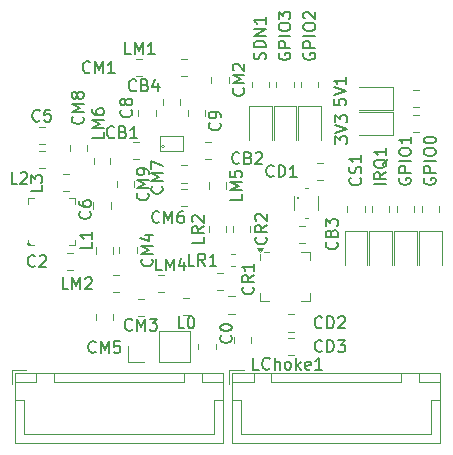
<source format=gbr>
%TF.GenerationSoftware,KiCad,Pcbnew,8.0.8*%
%TF.CreationDate,2025-02-12T11:11:18-05:00*%
%TF.ProjectId,high-power-module,68696768-2d70-46f7-9765-722d6d6f6475,rev?*%
%TF.SameCoordinates,Original*%
%TF.FileFunction,Legend,Top*%
%TF.FilePolarity,Positive*%
%FSLAX46Y46*%
G04 Gerber Fmt 4.6, Leading zero omitted, Abs format (unit mm)*
G04 Created by KiCad (PCBNEW 8.0.8) date 2025-02-12 11:11:18*
%MOMM*%
%LPD*%
G01*
G04 APERTURE LIST*
%ADD10C,0.150000*%
%ADD11C,0.120000*%
%ADD12C,0.100000*%
%ADD13C,0.200000*%
G04 APERTURE END LIST*
D10*
X127654819Y-85466666D02*
X127654819Y-85942856D01*
X127654819Y-85942856D02*
X126654819Y-85942856D01*
X126654819Y-85228570D02*
X126654819Y-84609523D01*
X126654819Y-84609523D02*
X127035771Y-84942856D01*
X127035771Y-84942856D02*
X127035771Y-84799999D01*
X127035771Y-84799999D02*
X127083390Y-84704761D01*
X127083390Y-84704761D02*
X127131009Y-84657142D01*
X127131009Y-84657142D02*
X127226247Y-84609523D01*
X127226247Y-84609523D02*
X127464342Y-84609523D01*
X127464342Y-84609523D02*
X127559580Y-84657142D01*
X127559580Y-84657142D02*
X127607200Y-84704761D01*
X127607200Y-84704761D02*
X127654819Y-84799999D01*
X127654819Y-84799999D02*
X127654819Y-85085713D01*
X127654819Y-85085713D02*
X127607200Y-85180951D01*
X127607200Y-85180951D02*
X127559580Y-85228570D01*
X154559580Y-84817857D02*
X154607200Y-84865476D01*
X154607200Y-84865476D02*
X154654819Y-85008333D01*
X154654819Y-85008333D02*
X154654819Y-85103571D01*
X154654819Y-85103571D02*
X154607200Y-85246428D01*
X154607200Y-85246428D02*
X154511961Y-85341666D01*
X154511961Y-85341666D02*
X154416723Y-85389285D01*
X154416723Y-85389285D02*
X154226247Y-85436904D01*
X154226247Y-85436904D02*
X154083390Y-85436904D01*
X154083390Y-85436904D02*
X153892914Y-85389285D01*
X153892914Y-85389285D02*
X153797676Y-85341666D01*
X153797676Y-85341666D02*
X153702438Y-85246428D01*
X153702438Y-85246428D02*
X153654819Y-85103571D01*
X153654819Y-85103571D02*
X153654819Y-85008333D01*
X153654819Y-85008333D02*
X153702438Y-84865476D01*
X153702438Y-84865476D02*
X153750057Y-84817857D01*
X154607200Y-84436904D02*
X154654819Y-84294047D01*
X154654819Y-84294047D02*
X154654819Y-84055952D01*
X154654819Y-84055952D02*
X154607200Y-83960714D01*
X154607200Y-83960714D02*
X154559580Y-83913095D01*
X154559580Y-83913095D02*
X154464342Y-83865476D01*
X154464342Y-83865476D02*
X154369104Y-83865476D01*
X154369104Y-83865476D02*
X154273866Y-83913095D01*
X154273866Y-83913095D02*
X154226247Y-83960714D01*
X154226247Y-83960714D02*
X154178628Y-84055952D01*
X154178628Y-84055952D02*
X154131009Y-84246428D01*
X154131009Y-84246428D02*
X154083390Y-84341666D01*
X154083390Y-84341666D02*
X154035771Y-84389285D01*
X154035771Y-84389285D02*
X153940533Y-84436904D01*
X153940533Y-84436904D02*
X153845295Y-84436904D01*
X153845295Y-84436904D02*
X153750057Y-84389285D01*
X153750057Y-84389285D02*
X153702438Y-84341666D01*
X153702438Y-84341666D02*
X153654819Y-84246428D01*
X153654819Y-84246428D02*
X153654819Y-84008333D01*
X153654819Y-84008333D02*
X153702438Y-83865476D01*
X154654819Y-82913095D02*
X154654819Y-83484523D01*
X154654819Y-83198809D02*
X153654819Y-83198809D01*
X153654819Y-83198809D02*
X153797676Y-83294047D01*
X153797676Y-83294047D02*
X153892914Y-83389285D01*
X153892914Y-83389285D02*
X153940533Y-83484523D01*
X137561904Y-88539580D02*
X137514285Y-88587200D01*
X137514285Y-88587200D02*
X137371428Y-88634819D01*
X137371428Y-88634819D02*
X137276190Y-88634819D01*
X137276190Y-88634819D02*
X137133333Y-88587200D01*
X137133333Y-88587200D02*
X137038095Y-88491961D01*
X137038095Y-88491961D02*
X136990476Y-88396723D01*
X136990476Y-88396723D02*
X136942857Y-88206247D01*
X136942857Y-88206247D02*
X136942857Y-88063390D01*
X136942857Y-88063390D02*
X136990476Y-87872914D01*
X136990476Y-87872914D02*
X137038095Y-87777676D01*
X137038095Y-87777676D02*
X137133333Y-87682438D01*
X137133333Y-87682438D02*
X137276190Y-87634819D01*
X137276190Y-87634819D02*
X137371428Y-87634819D01*
X137371428Y-87634819D02*
X137514285Y-87682438D01*
X137514285Y-87682438D02*
X137561904Y-87730057D01*
X137990476Y-88634819D02*
X137990476Y-87634819D01*
X137990476Y-87634819D02*
X138323809Y-88349104D01*
X138323809Y-88349104D02*
X138657142Y-87634819D01*
X138657142Y-87634819D02*
X138657142Y-88634819D01*
X139561904Y-87634819D02*
X139371428Y-87634819D01*
X139371428Y-87634819D02*
X139276190Y-87682438D01*
X139276190Y-87682438D02*
X139228571Y-87730057D01*
X139228571Y-87730057D02*
X139133333Y-87872914D01*
X139133333Y-87872914D02*
X139085714Y-88063390D01*
X139085714Y-88063390D02*
X139085714Y-88444342D01*
X139085714Y-88444342D02*
X139133333Y-88539580D01*
X139133333Y-88539580D02*
X139180952Y-88587200D01*
X139180952Y-88587200D02*
X139276190Y-88634819D01*
X139276190Y-88634819D02*
X139466666Y-88634819D01*
X139466666Y-88634819D02*
X139561904Y-88587200D01*
X139561904Y-88587200D02*
X139609523Y-88539580D01*
X139609523Y-88539580D02*
X139657142Y-88444342D01*
X139657142Y-88444342D02*
X139657142Y-88206247D01*
X139657142Y-88206247D02*
X139609523Y-88111009D01*
X139609523Y-88111009D02*
X139561904Y-88063390D01*
X139561904Y-88063390D02*
X139466666Y-88015771D01*
X139466666Y-88015771D02*
X139276190Y-88015771D01*
X139276190Y-88015771D02*
X139180952Y-88063390D01*
X139180952Y-88063390D02*
X139133333Y-88111009D01*
X139133333Y-88111009D02*
X139085714Y-88206247D01*
X147702438Y-74276190D02*
X147654819Y-74371428D01*
X147654819Y-74371428D02*
X147654819Y-74514285D01*
X147654819Y-74514285D02*
X147702438Y-74657142D01*
X147702438Y-74657142D02*
X147797676Y-74752380D01*
X147797676Y-74752380D02*
X147892914Y-74799999D01*
X147892914Y-74799999D02*
X148083390Y-74847618D01*
X148083390Y-74847618D02*
X148226247Y-74847618D01*
X148226247Y-74847618D02*
X148416723Y-74799999D01*
X148416723Y-74799999D02*
X148511961Y-74752380D01*
X148511961Y-74752380D02*
X148607200Y-74657142D01*
X148607200Y-74657142D02*
X148654819Y-74514285D01*
X148654819Y-74514285D02*
X148654819Y-74419047D01*
X148654819Y-74419047D02*
X148607200Y-74276190D01*
X148607200Y-74276190D02*
X148559580Y-74228571D01*
X148559580Y-74228571D02*
X148226247Y-74228571D01*
X148226247Y-74228571D02*
X148226247Y-74419047D01*
X148654819Y-73799999D02*
X147654819Y-73799999D01*
X147654819Y-73799999D02*
X147654819Y-73419047D01*
X147654819Y-73419047D02*
X147702438Y-73323809D01*
X147702438Y-73323809D02*
X147750057Y-73276190D01*
X147750057Y-73276190D02*
X147845295Y-73228571D01*
X147845295Y-73228571D02*
X147988152Y-73228571D01*
X147988152Y-73228571D02*
X148083390Y-73276190D01*
X148083390Y-73276190D02*
X148131009Y-73323809D01*
X148131009Y-73323809D02*
X148178628Y-73419047D01*
X148178628Y-73419047D02*
X148178628Y-73799999D01*
X148654819Y-72799999D02*
X147654819Y-72799999D01*
X147654819Y-72133333D02*
X147654819Y-71942857D01*
X147654819Y-71942857D02*
X147702438Y-71847619D01*
X147702438Y-71847619D02*
X147797676Y-71752381D01*
X147797676Y-71752381D02*
X147988152Y-71704762D01*
X147988152Y-71704762D02*
X148321485Y-71704762D01*
X148321485Y-71704762D02*
X148511961Y-71752381D01*
X148511961Y-71752381D02*
X148607200Y-71847619D01*
X148607200Y-71847619D02*
X148654819Y-71942857D01*
X148654819Y-71942857D02*
X148654819Y-72133333D01*
X148654819Y-72133333D02*
X148607200Y-72228571D01*
X148607200Y-72228571D02*
X148511961Y-72323809D01*
X148511961Y-72323809D02*
X148321485Y-72371428D01*
X148321485Y-72371428D02*
X147988152Y-72371428D01*
X147988152Y-72371428D02*
X147797676Y-72323809D01*
X147797676Y-72323809D02*
X147702438Y-72228571D01*
X147702438Y-72228571D02*
X147654819Y-72133333D01*
X147654819Y-71371428D02*
X147654819Y-70752381D01*
X147654819Y-70752381D02*
X148035771Y-71085714D01*
X148035771Y-71085714D02*
X148035771Y-70942857D01*
X148035771Y-70942857D02*
X148083390Y-70847619D01*
X148083390Y-70847619D02*
X148131009Y-70800000D01*
X148131009Y-70800000D02*
X148226247Y-70752381D01*
X148226247Y-70752381D02*
X148464342Y-70752381D01*
X148464342Y-70752381D02*
X148559580Y-70800000D01*
X148559580Y-70800000D02*
X148607200Y-70847619D01*
X148607200Y-70847619D02*
X148654819Y-70942857D01*
X148654819Y-70942857D02*
X148654819Y-71228571D01*
X148654819Y-71228571D02*
X148607200Y-71323809D01*
X148607200Y-71323809D02*
X148559580Y-71371428D01*
X136909580Y-91688095D02*
X136957200Y-91735714D01*
X136957200Y-91735714D02*
X137004819Y-91878571D01*
X137004819Y-91878571D02*
X137004819Y-91973809D01*
X137004819Y-91973809D02*
X136957200Y-92116666D01*
X136957200Y-92116666D02*
X136861961Y-92211904D01*
X136861961Y-92211904D02*
X136766723Y-92259523D01*
X136766723Y-92259523D02*
X136576247Y-92307142D01*
X136576247Y-92307142D02*
X136433390Y-92307142D01*
X136433390Y-92307142D02*
X136242914Y-92259523D01*
X136242914Y-92259523D02*
X136147676Y-92211904D01*
X136147676Y-92211904D02*
X136052438Y-92116666D01*
X136052438Y-92116666D02*
X136004819Y-91973809D01*
X136004819Y-91973809D02*
X136004819Y-91878571D01*
X136004819Y-91878571D02*
X136052438Y-91735714D01*
X136052438Y-91735714D02*
X136100057Y-91688095D01*
X137004819Y-91259523D02*
X136004819Y-91259523D01*
X136004819Y-91259523D02*
X136719104Y-90926190D01*
X136719104Y-90926190D02*
X136004819Y-90592857D01*
X136004819Y-90592857D02*
X137004819Y-90592857D01*
X136338152Y-89688095D02*
X137004819Y-89688095D01*
X135957200Y-89926190D02*
X136671485Y-90164285D01*
X136671485Y-90164285D02*
X136671485Y-89545238D01*
X129861904Y-94254819D02*
X129385714Y-94254819D01*
X129385714Y-94254819D02*
X129385714Y-93254819D01*
X130195238Y-94254819D02*
X130195238Y-93254819D01*
X130195238Y-93254819D02*
X130528571Y-93969104D01*
X130528571Y-93969104D02*
X130861904Y-93254819D01*
X130861904Y-93254819D02*
X130861904Y-94254819D01*
X131290476Y-93350057D02*
X131338095Y-93302438D01*
X131338095Y-93302438D02*
X131433333Y-93254819D01*
X131433333Y-93254819D02*
X131671428Y-93254819D01*
X131671428Y-93254819D02*
X131766666Y-93302438D01*
X131766666Y-93302438D02*
X131814285Y-93350057D01*
X131814285Y-93350057D02*
X131861904Y-93445295D01*
X131861904Y-93445295D02*
X131861904Y-93540533D01*
X131861904Y-93540533D02*
X131814285Y-93683390D01*
X131814285Y-93683390D02*
X131242857Y-94254819D01*
X131242857Y-94254819D02*
X131861904Y-94254819D01*
X135159580Y-79066666D02*
X135207200Y-79114285D01*
X135207200Y-79114285D02*
X135254819Y-79257142D01*
X135254819Y-79257142D02*
X135254819Y-79352380D01*
X135254819Y-79352380D02*
X135207200Y-79495237D01*
X135207200Y-79495237D02*
X135111961Y-79590475D01*
X135111961Y-79590475D02*
X135016723Y-79638094D01*
X135016723Y-79638094D02*
X134826247Y-79685713D01*
X134826247Y-79685713D02*
X134683390Y-79685713D01*
X134683390Y-79685713D02*
X134492914Y-79638094D01*
X134492914Y-79638094D02*
X134397676Y-79590475D01*
X134397676Y-79590475D02*
X134302438Y-79495237D01*
X134302438Y-79495237D02*
X134254819Y-79352380D01*
X134254819Y-79352380D02*
X134254819Y-79257142D01*
X134254819Y-79257142D02*
X134302438Y-79114285D01*
X134302438Y-79114285D02*
X134350057Y-79066666D01*
X134683390Y-78495237D02*
X134635771Y-78590475D01*
X134635771Y-78590475D02*
X134588152Y-78638094D01*
X134588152Y-78638094D02*
X134492914Y-78685713D01*
X134492914Y-78685713D02*
X134445295Y-78685713D01*
X134445295Y-78685713D02*
X134350057Y-78638094D01*
X134350057Y-78638094D02*
X134302438Y-78590475D01*
X134302438Y-78590475D02*
X134254819Y-78495237D01*
X134254819Y-78495237D02*
X134254819Y-78304761D01*
X134254819Y-78304761D02*
X134302438Y-78209523D01*
X134302438Y-78209523D02*
X134350057Y-78161904D01*
X134350057Y-78161904D02*
X134445295Y-78114285D01*
X134445295Y-78114285D02*
X134492914Y-78114285D01*
X134492914Y-78114285D02*
X134588152Y-78161904D01*
X134588152Y-78161904D02*
X134635771Y-78209523D01*
X134635771Y-78209523D02*
X134683390Y-78304761D01*
X134683390Y-78304761D02*
X134683390Y-78495237D01*
X134683390Y-78495237D02*
X134731009Y-78590475D01*
X134731009Y-78590475D02*
X134778628Y-78638094D01*
X134778628Y-78638094D02*
X134873866Y-78685713D01*
X134873866Y-78685713D02*
X135064342Y-78685713D01*
X135064342Y-78685713D02*
X135159580Y-78638094D01*
X135159580Y-78638094D02*
X135207200Y-78590475D01*
X135207200Y-78590475D02*
X135254819Y-78495237D01*
X135254819Y-78495237D02*
X135254819Y-78304761D01*
X135254819Y-78304761D02*
X135207200Y-78209523D01*
X135207200Y-78209523D02*
X135159580Y-78161904D01*
X135159580Y-78161904D02*
X135064342Y-78114285D01*
X135064342Y-78114285D02*
X134873866Y-78114285D01*
X134873866Y-78114285D02*
X134778628Y-78161904D01*
X134778628Y-78161904D02*
X134731009Y-78209523D01*
X134731009Y-78209523D02*
X134683390Y-78304761D01*
X146507200Y-74785713D02*
X146554819Y-74642856D01*
X146554819Y-74642856D02*
X146554819Y-74404761D01*
X146554819Y-74404761D02*
X146507200Y-74309523D01*
X146507200Y-74309523D02*
X146459580Y-74261904D01*
X146459580Y-74261904D02*
X146364342Y-74214285D01*
X146364342Y-74214285D02*
X146269104Y-74214285D01*
X146269104Y-74214285D02*
X146173866Y-74261904D01*
X146173866Y-74261904D02*
X146126247Y-74309523D01*
X146126247Y-74309523D02*
X146078628Y-74404761D01*
X146078628Y-74404761D02*
X146031009Y-74595237D01*
X146031009Y-74595237D02*
X145983390Y-74690475D01*
X145983390Y-74690475D02*
X145935771Y-74738094D01*
X145935771Y-74738094D02*
X145840533Y-74785713D01*
X145840533Y-74785713D02*
X145745295Y-74785713D01*
X145745295Y-74785713D02*
X145650057Y-74738094D01*
X145650057Y-74738094D02*
X145602438Y-74690475D01*
X145602438Y-74690475D02*
X145554819Y-74595237D01*
X145554819Y-74595237D02*
X145554819Y-74357142D01*
X145554819Y-74357142D02*
X145602438Y-74214285D01*
X146554819Y-73785713D02*
X145554819Y-73785713D01*
X145554819Y-73785713D02*
X145554819Y-73547618D01*
X145554819Y-73547618D02*
X145602438Y-73404761D01*
X145602438Y-73404761D02*
X145697676Y-73309523D01*
X145697676Y-73309523D02*
X145792914Y-73261904D01*
X145792914Y-73261904D02*
X145983390Y-73214285D01*
X145983390Y-73214285D02*
X146126247Y-73214285D01*
X146126247Y-73214285D02*
X146316723Y-73261904D01*
X146316723Y-73261904D02*
X146411961Y-73309523D01*
X146411961Y-73309523D02*
X146507200Y-73404761D01*
X146507200Y-73404761D02*
X146554819Y-73547618D01*
X146554819Y-73547618D02*
X146554819Y-73785713D01*
X146554819Y-72785713D02*
X145554819Y-72785713D01*
X145554819Y-72785713D02*
X146554819Y-72214285D01*
X146554819Y-72214285D02*
X145554819Y-72214285D01*
X146554819Y-71214285D02*
X146554819Y-71785713D01*
X146554819Y-71499999D02*
X145554819Y-71499999D01*
X145554819Y-71499999D02*
X145697676Y-71595237D01*
X145697676Y-71595237D02*
X145792914Y-71690475D01*
X145792914Y-71690475D02*
X145840533Y-71785713D01*
X152454819Y-81938094D02*
X152454819Y-81319047D01*
X152454819Y-81319047D02*
X152835771Y-81652380D01*
X152835771Y-81652380D02*
X152835771Y-81509523D01*
X152835771Y-81509523D02*
X152883390Y-81414285D01*
X152883390Y-81414285D02*
X152931009Y-81366666D01*
X152931009Y-81366666D02*
X153026247Y-81319047D01*
X153026247Y-81319047D02*
X153264342Y-81319047D01*
X153264342Y-81319047D02*
X153359580Y-81366666D01*
X153359580Y-81366666D02*
X153407200Y-81414285D01*
X153407200Y-81414285D02*
X153454819Y-81509523D01*
X153454819Y-81509523D02*
X153454819Y-81795237D01*
X153454819Y-81795237D02*
X153407200Y-81890475D01*
X153407200Y-81890475D02*
X153359580Y-81938094D01*
X152454819Y-81033332D02*
X153454819Y-80699999D01*
X153454819Y-80699999D02*
X152454819Y-80366666D01*
X152454819Y-80128570D02*
X152454819Y-79509523D01*
X152454819Y-79509523D02*
X152835771Y-79842856D01*
X152835771Y-79842856D02*
X152835771Y-79699999D01*
X152835771Y-79699999D02*
X152883390Y-79604761D01*
X152883390Y-79604761D02*
X152931009Y-79557142D01*
X152931009Y-79557142D02*
X153026247Y-79509523D01*
X153026247Y-79509523D02*
X153264342Y-79509523D01*
X153264342Y-79509523D02*
X153359580Y-79557142D01*
X153359580Y-79557142D02*
X153407200Y-79604761D01*
X153407200Y-79604761D02*
X153454819Y-79699999D01*
X153454819Y-79699999D02*
X153454819Y-79985713D01*
X153454819Y-79985713D02*
X153407200Y-80080951D01*
X153407200Y-80080951D02*
X153359580Y-80128570D01*
X137761904Y-92654819D02*
X137285714Y-92654819D01*
X137285714Y-92654819D02*
X137285714Y-91654819D01*
X138095238Y-92654819D02*
X138095238Y-91654819D01*
X138095238Y-91654819D02*
X138428571Y-92369104D01*
X138428571Y-92369104D02*
X138761904Y-91654819D01*
X138761904Y-91654819D02*
X138761904Y-92654819D01*
X139666666Y-91988152D02*
X139666666Y-92654819D01*
X139428571Y-91607200D02*
X139190476Y-92321485D01*
X139190476Y-92321485D02*
X139809523Y-92321485D01*
X157902438Y-84851190D02*
X157854819Y-84946428D01*
X157854819Y-84946428D02*
X157854819Y-85089285D01*
X157854819Y-85089285D02*
X157902438Y-85232142D01*
X157902438Y-85232142D02*
X157997676Y-85327380D01*
X157997676Y-85327380D02*
X158092914Y-85374999D01*
X158092914Y-85374999D02*
X158283390Y-85422618D01*
X158283390Y-85422618D02*
X158426247Y-85422618D01*
X158426247Y-85422618D02*
X158616723Y-85374999D01*
X158616723Y-85374999D02*
X158711961Y-85327380D01*
X158711961Y-85327380D02*
X158807200Y-85232142D01*
X158807200Y-85232142D02*
X158854819Y-85089285D01*
X158854819Y-85089285D02*
X158854819Y-84994047D01*
X158854819Y-84994047D02*
X158807200Y-84851190D01*
X158807200Y-84851190D02*
X158759580Y-84803571D01*
X158759580Y-84803571D02*
X158426247Y-84803571D01*
X158426247Y-84803571D02*
X158426247Y-84994047D01*
X158854819Y-84374999D02*
X157854819Y-84374999D01*
X157854819Y-84374999D02*
X157854819Y-83994047D01*
X157854819Y-83994047D02*
X157902438Y-83898809D01*
X157902438Y-83898809D02*
X157950057Y-83851190D01*
X157950057Y-83851190D02*
X158045295Y-83803571D01*
X158045295Y-83803571D02*
X158188152Y-83803571D01*
X158188152Y-83803571D02*
X158283390Y-83851190D01*
X158283390Y-83851190D02*
X158331009Y-83898809D01*
X158331009Y-83898809D02*
X158378628Y-83994047D01*
X158378628Y-83994047D02*
X158378628Y-84374999D01*
X158854819Y-83374999D02*
X157854819Y-83374999D01*
X157854819Y-82708333D02*
X157854819Y-82517857D01*
X157854819Y-82517857D02*
X157902438Y-82422619D01*
X157902438Y-82422619D02*
X157997676Y-82327381D01*
X157997676Y-82327381D02*
X158188152Y-82279762D01*
X158188152Y-82279762D02*
X158521485Y-82279762D01*
X158521485Y-82279762D02*
X158711961Y-82327381D01*
X158711961Y-82327381D02*
X158807200Y-82422619D01*
X158807200Y-82422619D02*
X158854819Y-82517857D01*
X158854819Y-82517857D02*
X158854819Y-82708333D01*
X158854819Y-82708333D02*
X158807200Y-82803571D01*
X158807200Y-82803571D02*
X158711961Y-82898809D01*
X158711961Y-82898809D02*
X158521485Y-82946428D01*
X158521485Y-82946428D02*
X158188152Y-82946428D01*
X158188152Y-82946428D02*
X157997676Y-82898809D01*
X157997676Y-82898809D02*
X157902438Y-82803571D01*
X157902438Y-82803571D02*
X157854819Y-82708333D01*
X158854819Y-81327381D02*
X158854819Y-81898809D01*
X158854819Y-81613095D02*
X157854819Y-81613095D01*
X157854819Y-81613095D02*
X157997676Y-81708333D01*
X157997676Y-81708333D02*
X158092914Y-81803571D01*
X158092914Y-81803571D02*
X158140533Y-81898809D01*
X152559580Y-90266666D02*
X152607200Y-90314285D01*
X152607200Y-90314285D02*
X152654819Y-90457142D01*
X152654819Y-90457142D02*
X152654819Y-90552380D01*
X152654819Y-90552380D02*
X152607200Y-90695237D01*
X152607200Y-90695237D02*
X152511961Y-90790475D01*
X152511961Y-90790475D02*
X152416723Y-90838094D01*
X152416723Y-90838094D02*
X152226247Y-90885713D01*
X152226247Y-90885713D02*
X152083390Y-90885713D01*
X152083390Y-90885713D02*
X151892914Y-90838094D01*
X151892914Y-90838094D02*
X151797676Y-90790475D01*
X151797676Y-90790475D02*
X151702438Y-90695237D01*
X151702438Y-90695237D02*
X151654819Y-90552380D01*
X151654819Y-90552380D02*
X151654819Y-90457142D01*
X151654819Y-90457142D02*
X151702438Y-90314285D01*
X151702438Y-90314285D02*
X151750057Y-90266666D01*
X152131009Y-89504761D02*
X152178628Y-89361904D01*
X152178628Y-89361904D02*
X152226247Y-89314285D01*
X152226247Y-89314285D02*
X152321485Y-89266666D01*
X152321485Y-89266666D02*
X152464342Y-89266666D01*
X152464342Y-89266666D02*
X152559580Y-89314285D01*
X152559580Y-89314285D02*
X152607200Y-89361904D01*
X152607200Y-89361904D02*
X152654819Y-89457142D01*
X152654819Y-89457142D02*
X152654819Y-89838094D01*
X152654819Y-89838094D02*
X151654819Y-89838094D01*
X151654819Y-89838094D02*
X151654819Y-89504761D01*
X151654819Y-89504761D02*
X151702438Y-89409523D01*
X151702438Y-89409523D02*
X151750057Y-89361904D01*
X151750057Y-89361904D02*
X151845295Y-89314285D01*
X151845295Y-89314285D02*
X151940533Y-89314285D01*
X151940533Y-89314285D02*
X152035771Y-89361904D01*
X152035771Y-89361904D02*
X152083390Y-89409523D01*
X152083390Y-89409523D02*
X152131009Y-89504761D01*
X152131009Y-89504761D02*
X152131009Y-89838094D01*
X151654819Y-88933332D02*
X151654819Y-88314285D01*
X151654819Y-88314285D02*
X152035771Y-88647618D01*
X152035771Y-88647618D02*
X152035771Y-88504761D01*
X152035771Y-88504761D02*
X152083390Y-88409523D01*
X152083390Y-88409523D02*
X152131009Y-88361904D01*
X152131009Y-88361904D02*
X152226247Y-88314285D01*
X152226247Y-88314285D02*
X152464342Y-88314285D01*
X152464342Y-88314285D02*
X152559580Y-88361904D01*
X152559580Y-88361904D02*
X152607200Y-88409523D01*
X152607200Y-88409523D02*
X152654819Y-88504761D01*
X152654819Y-88504761D02*
X152654819Y-88790475D01*
X152654819Y-88790475D02*
X152607200Y-88885713D01*
X152607200Y-88885713D02*
X152559580Y-88933332D01*
X135261904Y-97659580D02*
X135214285Y-97707200D01*
X135214285Y-97707200D02*
X135071428Y-97754819D01*
X135071428Y-97754819D02*
X134976190Y-97754819D01*
X134976190Y-97754819D02*
X134833333Y-97707200D01*
X134833333Y-97707200D02*
X134738095Y-97611961D01*
X134738095Y-97611961D02*
X134690476Y-97516723D01*
X134690476Y-97516723D02*
X134642857Y-97326247D01*
X134642857Y-97326247D02*
X134642857Y-97183390D01*
X134642857Y-97183390D02*
X134690476Y-96992914D01*
X134690476Y-96992914D02*
X134738095Y-96897676D01*
X134738095Y-96897676D02*
X134833333Y-96802438D01*
X134833333Y-96802438D02*
X134976190Y-96754819D01*
X134976190Y-96754819D02*
X135071428Y-96754819D01*
X135071428Y-96754819D02*
X135214285Y-96802438D01*
X135214285Y-96802438D02*
X135261904Y-96850057D01*
X135690476Y-97754819D02*
X135690476Y-96754819D01*
X135690476Y-96754819D02*
X136023809Y-97469104D01*
X136023809Y-97469104D02*
X136357142Y-96754819D01*
X136357142Y-96754819D02*
X136357142Y-97754819D01*
X136738095Y-96754819D02*
X137357142Y-96754819D01*
X137357142Y-96754819D02*
X137023809Y-97135771D01*
X137023809Y-97135771D02*
X137166666Y-97135771D01*
X137166666Y-97135771D02*
X137261904Y-97183390D01*
X137261904Y-97183390D02*
X137309523Y-97231009D01*
X137309523Y-97231009D02*
X137357142Y-97326247D01*
X137357142Y-97326247D02*
X137357142Y-97564342D01*
X137357142Y-97564342D02*
X137309523Y-97659580D01*
X137309523Y-97659580D02*
X137261904Y-97707200D01*
X137261904Y-97707200D02*
X137166666Y-97754819D01*
X137166666Y-97754819D02*
X136880952Y-97754819D01*
X136880952Y-97754819D02*
X136785714Y-97707200D01*
X136785714Y-97707200D02*
X136738095Y-97659580D01*
X140533333Y-92254819D02*
X140057143Y-92254819D01*
X140057143Y-92254819D02*
X140057143Y-91254819D01*
X141438095Y-92254819D02*
X141104762Y-91778628D01*
X140866667Y-92254819D02*
X140866667Y-91254819D01*
X140866667Y-91254819D02*
X141247619Y-91254819D01*
X141247619Y-91254819D02*
X141342857Y-91302438D01*
X141342857Y-91302438D02*
X141390476Y-91350057D01*
X141390476Y-91350057D02*
X141438095Y-91445295D01*
X141438095Y-91445295D02*
X141438095Y-91588152D01*
X141438095Y-91588152D02*
X141390476Y-91683390D01*
X141390476Y-91683390D02*
X141342857Y-91731009D01*
X141342857Y-91731009D02*
X141247619Y-91778628D01*
X141247619Y-91778628D02*
X140866667Y-91778628D01*
X142390476Y-92254819D02*
X141819048Y-92254819D01*
X142104762Y-92254819D02*
X142104762Y-91254819D01*
X142104762Y-91254819D02*
X142009524Y-91397676D01*
X142009524Y-91397676D02*
X141914286Y-91492914D01*
X141914286Y-91492914D02*
X141819048Y-91540533D01*
X141304819Y-89841666D02*
X141304819Y-90317856D01*
X141304819Y-90317856D02*
X140304819Y-90317856D01*
X141304819Y-88936904D02*
X140828628Y-89270237D01*
X141304819Y-89508332D02*
X140304819Y-89508332D01*
X140304819Y-89508332D02*
X140304819Y-89127380D01*
X140304819Y-89127380D02*
X140352438Y-89032142D01*
X140352438Y-89032142D02*
X140400057Y-88984523D01*
X140400057Y-88984523D02*
X140495295Y-88936904D01*
X140495295Y-88936904D02*
X140638152Y-88936904D01*
X140638152Y-88936904D02*
X140733390Y-88984523D01*
X140733390Y-88984523D02*
X140781009Y-89032142D01*
X140781009Y-89032142D02*
X140828628Y-89127380D01*
X140828628Y-89127380D02*
X140828628Y-89508332D01*
X140400057Y-88555951D02*
X140352438Y-88508332D01*
X140352438Y-88508332D02*
X140304819Y-88413094D01*
X140304819Y-88413094D02*
X140304819Y-88174999D01*
X140304819Y-88174999D02*
X140352438Y-88079761D01*
X140352438Y-88079761D02*
X140400057Y-88032142D01*
X140400057Y-88032142D02*
X140495295Y-87984523D01*
X140495295Y-87984523D02*
X140590533Y-87984523D01*
X140590533Y-87984523D02*
X140733390Y-88032142D01*
X140733390Y-88032142D02*
X141304819Y-88603570D01*
X141304819Y-88603570D02*
X141304819Y-87984523D01*
X132161904Y-99559580D02*
X132114285Y-99607200D01*
X132114285Y-99607200D02*
X131971428Y-99654819D01*
X131971428Y-99654819D02*
X131876190Y-99654819D01*
X131876190Y-99654819D02*
X131733333Y-99607200D01*
X131733333Y-99607200D02*
X131638095Y-99511961D01*
X131638095Y-99511961D02*
X131590476Y-99416723D01*
X131590476Y-99416723D02*
X131542857Y-99226247D01*
X131542857Y-99226247D02*
X131542857Y-99083390D01*
X131542857Y-99083390D02*
X131590476Y-98892914D01*
X131590476Y-98892914D02*
X131638095Y-98797676D01*
X131638095Y-98797676D02*
X131733333Y-98702438D01*
X131733333Y-98702438D02*
X131876190Y-98654819D01*
X131876190Y-98654819D02*
X131971428Y-98654819D01*
X131971428Y-98654819D02*
X132114285Y-98702438D01*
X132114285Y-98702438D02*
X132161904Y-98750057D01*
X132590476Y-99654819D02*
X132590476Y-98654819D01*
X132590476Y-98654819D02*
X132923809Y-99369104D01*
X132923809Y-99369104D02*
X133257142Y-98654819D01*
X133257142Y-98654819D02*
X133257142Y-99654819D01*
X134209523Y-98654819D02*
X133733333Y-98654819D01*
X133733333Y-98654819D02*
X133685714Y-99131009D01*
X133685714Y-99131009D02*
X133733333Y-99083390D01*
X133733333Y-99083390D02*
X133828571Y-99035771D01*
X133828571Y-99035771D02*
X134066666Y-99035771D01*
X134066666Y-99035771D02*
X134161904Y-99083390D01*
X134161904Y-99083390D02*
X134209523Y-99131009D01*
X134209523Y-99131009D02*
X134257142Y-99226247D01*
X134257142Y-99226247D02*
X134257142Y-99464342D01*
X134257142Y-99464342D02*
X134209523Y-99559580D01*
X134209523Y-99559580D02*
X134161904Y-99607200D01*
X134161904Y-99607200D02*
X134066666Y-99654819D01*
X134066666Y-99654819D02*
X133828571Y-99654819D01*
X133828571Y-99654819D02*
X133733333Y-99607200D01*
X133733333Y-99607200D02*
X133685714Y-99559580D01*
X156754819Y-85374999D02*
X155754819Y-85374999D01*
X156754819Y-84327381D02*
X156278628Y-84660714D01*
X156754819Y-84898809D02*
X155754819Y-84898809D01*
X155754819Y-84898809D02*
X155754819Y-84517857D01*
X155754819Y-84517857D02*
X155802438Y-84422619D01*
X155802438Y-84422619D02*
X155850057Y-84375000D01*
X155850057Y-84375000D02*
X155945295Y-84327381D01*
X155945295Y-84327381D02*
X156088152Y-84327381D01*
X156088152Y-84327381D02*
X156183390Y-84375000D01*
X156183390Y-84375000D02*
X156231009Y-84422619D01*
X156231009Y-84422619D02*
X156278628Y-84517857D01*
X156278628Y-84517857D02*
X156278628Y-84898809D01*
X156850057Y-83232143D02*
X156802438Y-83327381D01*
X156802438Y-83327381D02*
X156707200Y-83422619D01*
X156707200Y-83422619D02*
X156564342Y-83565476D01*
X156564342Y-83565476D02*
X156516723Y-83660714D01*
X156516723Y-83660714D02*
X156516723Y-83755952D01*
X156754819Y-83708333D02*
X156707200Y-83803571D01*
X156707200Y-83803571D02*
X156611961Y-83898809D01*
X156611961Y-83898809D02*
X156421485Y-83946428D01*
X156421485Y-83946428D02*
X156088152Y-83946428D01*
X156088152Y-83946428D02*
X155897676Y-83898809D01*
X155897676Y-83898809D02*
X155802438Y-83803571D01*
X155802438Y-83803571D02*
X155754819Y-83708333D01*
X155754819Y-83708333D02*
X155754819Y-83517857D01*
X155754819Y-83517857D02*
X155802438Y-83422619D01*
X155802438Y-83422619D02*
X155897676Y-83327381D01*
X155897676Y-83327381D02*
X156088152Y-83279762D01*
X156088152Y-83279762D02*
X156421485Y-83279762D01*
X156421485Y-83279762D02*
X156611961Y-83327381D01*
X156611961Y-83327381D02*
X156707200Y-83422619D01*
X156707200Y-83422619D02*
X156754819Y-83517857D01*
X156754819Y-83517857D02*
X156754819Y-83708333D01*
X156754819Y-82327381D02*
X156754819Y-82898809D01*
X156754819Y-82613095D02*
X155754819Y-82613095D01*
X155754819Y-82613095D02*
X155897676Y-82708333D01*
X155897676Y-82708333D02*
X155992914Y-82803571D01*
X155992914Y-82803571D02*
X156040533Y-82898809D01*
X146559580Y-89829166D02*
X146607200Y-89876785D01*
X146607200Y-89876785D02*
X146654819Y-90019642D01*
X146654819Y-90019642D02*
X146654819Y-90114880D01*
X146654819Y-90114880D02*
X146607200Y-90257737D01*
X146607200Y-90257737D02*
X146511961Y-90352975D01*
X146511961Y-90352975D02*
X146416723Y-90400594D01*
X146416723Y-90400594D02*
X146226247Y-90448213D01*
X146226247Y-90448213D02*
X146083390Y-90448213D01*
X146083390Y-90448213D02*
X145892914Y-90400594D01*
X145892914Y-90400594D02*
X145797676Y-90352975D01*
X145797676Y-90352975D02*
X145702438Y-90257737D01*
X145702438Y-90257737D02*
X145654819Y-90114880D01*
X145654819Y-90114880D02*
X145654819Y-90019642D01*
X145654819Y-90019642D02*
X145702438Y-89876785D01*
X145702438Y-89876785D02*
X145750057Y-89829166D01*
X146654819Y-88829166D02*
X146178628Y-89162499D01*
X146654819Y-89400594D02*
X145654819Y-89400594D01*
X145654819Y-89400594D02*
X145654819Y-89019642D01*
X145654819Y-89019642D02*
X145702438Y-88924404D01*
X145702438Y-88924404D02*
X145750057Y-88876785D01*
X145750057Y-88876785D02*
X145845295Y-88829166D01*
X145845295Y-88829166D02*
X145988152Y-88829166D01*
X145988152Y-88829166D02*
X146083390Y-88876785D01*
X146083390Y-88876785D02*
X146131009Y-88924404D01*
X146131009Y-88924404D02*
X146178628Y-89019642D01*
X146178628Y-89019642D02*
X146178628Y-89400594D01*
X145750057Y-88448213D02*
X145702438Y-88400594D01*
X145702438Y-88400594D02*
X145654819Y-88305356D01*
X145654819Y-88305356D02*
X145654819Y-88067261D01*
X145654819Y-88067261D02*
X145702438Y-87972023D01*
X145702438Y-87972023D02*
X145750057Y-87924404D01*
X145750057Y-87924404D02*
X145845295Y-87876785D01*
X145845295Y-87876785D02*
X145940533Y-87876785D01*
X145940533Y-87876785D02*
X146083390Y-87924404D01*
X146083390Y-87924404D02*
X146654819Y-88495832D01*
X146654819Y-88495832D02*
X146654819Y-87876785D01*
X149802438Y-74276190D02*
X149754819Y-74371428D01*
X149754819Y-74371428D02*
X149754819Y-74514285D01*
X149754819Y-74514285D02*
X149802438Y-74657142D01*
X149802438Y-74657142D02*
X149897676Y-74752380D01*
X149897676Y-74752380D02*
X149992914Y-74799999D01*
X149992914Y-74799999D02*
X150183390Y-74847618D01*
X150183390Y-74847618D02*
X150326247Y-74847618D01*
X150326247Y-74847618D02*
X150516723Y-74799999D01*
X150516723Y-74799999D02*
X150611961Y-74752380D01*
X150611961Y-74752380D02*
X150707200Y-74657142D01*
X150707200Y-74657142D02*
X150754819Y-74514285D01*
X150754819Y-74514285D02*
X150754819Y-74419047D01*
X150754819Y-74419047D02*
X150707200Y-74276190D01*
X150707200Y-74276190D02*
X150659580Y-74228571D01*
X150659580Y-74228571D02*
X150326247Y-74228571D01*
X150326247Y-74228571D02*
X150326247Y-74419047D01*
X150754819Y-73799999D02*
X149754819Y-73799999D01*
X149754819Y-73799999D02*
X149754819Y-73419047D01*
X149754819Y-73419047D02*
X149802438Y-73323809D01*
X149802438Y-73323809D02*
X149850057Y-73276190D01*
X149850057Y-73276190D02*
X149945295Y-73228571D01*
X149945295Y-73228571D02*
X150088152Y-73228571D01*
X150088152Y-73228571D02*
X150183390Y-73276190D01*
X150183390Y-73276190D02*
X150231009Y-73323809D01*
X150231009Y-73323809D02*
X150278628Y-73419047D01*
X150278628Y-73419047D02*
X150278628Y-73799999D01*
X150754819Y-72799999D02*
X149754819Y-72799999D01*
X149754819Y-72133333D02*
X149754819Y-71942857D01*
X149754819Y-71942857D02*
X149802438Y-71847619D01*
X149802438Y-71847619D02*
X149897676Y-71752381D01*
X149897676Y-71752381D02*
X150088152Y-71704762D01*
X150088152Y-71704762D02*
X150421485Y-71704762D01*
X150421485Y-71704762D02*
X150611961Y-71752381D01*
X150611961Y-71752381D02*
X150707200Y-71847619D01*
X150707200Y-71847619D02*
X150754819Y-71942857D01*
X150754819Y-71942857D02*
X150754819Y-72133333D01*
X150754819Y-72133333D02*
X150707200Y-72228571D01*
X150707200Y-72228571D02*
X150611961Y-72323809D01*
X150611961Y-72323809D02*
X150421485Y-72371428D01*
X150421485Y-72371428D02*
X150088152Y-72371428D01*
X150088152Y-72371428D02*
X149897676Y-72323809D01*
X149897676Y-72323809D02*
X149802438Y-72228571D01*
X149802438Y-72228571D02*
X149754819Y-72133333D01*
X149850057Y-71323809D02*
X149802438Y-71276190D01*
X149802438Y-71276190D02*
X149754819Y-71180952D01*
X149754819Y-71180952D02*
X149754819Y-70942857D01*
X149754819Y-70942857D02*
X149802438Y-70847619D01*
X149802438Y-70847619D02*
X149850057Y-70800000D01*
X149850057Y-70800000D02*
X149945295Y-70752381D01*
X149945295Y-70752381D02*
X150040533Y-70752381D01*
X150040533Y-70752381D02*
X150183390Y-70800000D01*
X150183390Y-70800000D02*
X150754819Y-71371428D01*
X150754819Y-71371428D02*
X150754819Y-70752381D01*
X131686904Y-75859580D02*
X131639285Y-75907200D01*
X131639285Y-75907200D02*
X131496428Y-75954819D01*
X131496428Y-75954819D02*
X131401190Y-75954819D01*
X131401190Y-75954819D02*
X131258333Y-75907200D01*
X131258333Y-75907200D02*
X131163095Y-75811961D01*
X131163095Y-75811961D02*
X131115476Y-75716723D01*
X131115476Y-75716723D02*
X131067857Y-75526247D01*
X131067857Y-75526247D02*
X131067857Y-75383390D01*
X131067857Y-75383390D02*
X131115476Y-75192914D01*
X131115476Y-75192914D02*
X131163095Y-75097676D01*
X131163095Y-75097676D02*
X131258333Y-75002438D01*
X131258333Y-75002438D02*
X131401190Y-74954819D01*
X131401190Y-74954819D02*
X131496428Y-74954819D01*
X131496428Y-74954819D02*
X131639285Y-75002438D01*
X131639285Y-75002438D02*
X131686904Y-75050057D01*
X132115476Y-75954819D02*
X132115476Y-74954819D01*
X132115476Y-74954819D02*
X132448809Y-75669104D01*
X132448809Y-75669104D02*
X132782142Y-74954819D01*
X132782142Y-74954819D02*
X132782142Y-75954819D01*
X133782142Y-75954819D02*
X133210714Y-75954819D01*
X133496428Y-75954819D02*
X133496428Y-74954819D01*
X133496428Y-74954819D02*
X133401190Y-75097676D01*
X133401190Y-75097676D02*
X133305952Y-75192914D01*
X133305952Y-75192914D02*
X133210714Y-75240533D01*
X147233333Y-84659580D02*
X147185714Y-84707200D01*
X147185714Y-84707200D02*
X147042857Y-84754819D01*
X147042857Y-84754819D02*
X146947619Y-84754819D01*
X146947619Y-84754819D02*
X146804762Y-84707200D01*
X146804762Y-84707200D02*
X146709524Y-84611961D01*
X146709524Y-84611961D02*
X146661905Y-84516723D01*
X146661905Y-84516723D02*
X146614286Y-84326247D01*
X146614286Y-84326247D02*
X146614286Y-84183390D01*
X146614286Y-84183390D02*
X146661905Y-83992914D01*
X146661905Y-83992914D02*
X146709524Y-83897676D01*
X146709524Y-83897676D02*
X146804762Y-83802438D01*
X146804762Y-83802438D02*
X146947619Y-83754819D01*
X146947619Y-83754819D02*
X147042857Y-83754819D01*
X147042857Y-83754819D02*
X147185714Y-83802438D01*
X147185714Y-83802438D02*
X147233333Y-83850057D01*
X147661905Y-84754819D02*
X147661905Y-83754819D01*
X147661905Y-83754819D02*
X147900000Y-83754819D01*
X147900000Y-83754819D02*
X148042857Y-83802438D01*
X148042857Y-83802438D02*
X148138095Y-83897676D01*
X148138095Y-83897676D02*
X148185714Y-83992914D01*
X148185714Y-83992914D02*
X148233333Y-84183390D01*
X148233333Y-84183390D02*
X148233333Y-84326247D01*
X148233333Y-84326247D02*
X148185714Y-84516723D01*
X148185714Y-84516723D02*
X148138095Y-84611961D01*
X148138095Y-84611961D02*
X148042857Y-84707200D01*
X148042857Y-84707200D02*
X147900000Y-84754819D01*
X147900000Y-84754819D02*
X147661905Y-84754819D01*
X149185714Y-84754819D02*
X148614286Y-84754819D01*
X148900000Y-84754819D02*
X148900000Y-83754819D01*
X148900000Y-83754819D02*
X148804762Y-83897676D01*
X148804762Y-83897676D02*
X148709524Y-83992914D01*
X148709524Y-83992914D02*
X148614286Y-84040533D01*
X142659580Y-80166666D02*
X142707200Y-80214285D01*
X142707200Y-80214285D02*
X142754819Y-80357142D01*
X142754819Y-80357142D02*
X142754819Y-80452380D01*
X142754819Y-80452380D02*
X142707200Y-80595237D01*
X142707200Y-80595237D02*
X142611961Y-80690475D01*
X142611961Y-80690475D02*
X142516723Y-80738094D01*
X142516723Y-80738094D02*
X142326247Y-80785713D01*
X142326247Y-80785713D02*
X142183390Y-80785713D01*
X142183390Y-80785713D02*
X141992914Y-80738094D01*
X141992914Y-80738094D02*
X141897676Y-80690475D01*
X141897676Y-80690475D02*
X141802438Y-80595237D01*
X141802438Y-80595237D02*
X141754819Y-80452380D01*
X141754819Y-80452380D02*
X141754819Y-80357142D01*
X141754819Y-80357142D02*
X141802438Y-80214285D01*
X141802438Y-80214285D02*
X141850057Y-80166666D01*
X142754819Y-79690475D02*
X142754819Y-79499999D01*
X142754819Y-79499999D02*
X142707200Y-79404761D01*
X142707200Y-79404761D02*
X142659580Y-79357142D01*
X142659580Y-79357142D02*
X142516723Y-79261904D01*
X142516723Y-79261904D02*
X142326247Y-79214285D01*
X142326247Y-79214285D02*
X141945295Y-79214285D01*
X141945295Y-79214285D02*
X141850057Y-79261904D01*
X141850057Y-79261904D02*
X141802438Y-79309523D01*
X141802438Y-79309523D02*
X141754819Y-79404761D01*
X141754819Y-79404761D02*
X141754819Y-79595237D01*
X141754819Y-79595237D02*
X141802438Y-79690475D01*
X141802438Y-79690475D02*
X141850057Y-79738094D01*
X141850057Y-79738094D02*
X141945295Y-79785713D01*
X141945295Y-79785713D02*
X142183390Y-79785713D01*
X142183390Y-79785713D02*
X142278628Y-79738094D01*
X142278628Y-79738094D02*
X142326247Y-79690475D01*
X142326247Y-79690475D02*
X142373866Y-79595237D01*
X142373866Y-79595237D02*
X142373866Y-79404761D01*
X142373866Y-79404761D02*
X142326247Y-79309523D01*
X142326247Y-79309523D02*
X142278628Y-79261904D01*
X142278628Y-79261904D02*
X142183390Y-79214285D01*
X137759580Y-85538095D02*
X137807200Y-85585714D01*
X137807200Y-85585714D02*
X137854819Y-85728571D01*
X137854819Y-85728571D02*
X137854819Y-85823809D01*
X137854819Y-85823809D02*
X137807200Y-85966666D01*
X137807200Y-85966666D02*
X137711961Y-86061904D01*
X137711961Y-86061904D02*
X137616723Y-86109523D01*
X137616723Y-86109523D02*
X137426247Y-86157142D01*
X137426247Y-86157142D02*
X137283390Y-86157142D01*
X137283390Y-86157142D02*
X137092914Y-86109523D01*
X137092914Y-86109523D02*
X136997676Y-86061904D01*
X136997676Y-86061904D02*
X136902438Y-85966666D01*
X136902438Y-85966666D02*
X136854819Y-85823809D01*
X136854819Y-85823809D02*
X136854819Y-85728571D01*
X136854819Y-85728571D02*
X136902438Y-85585714D01*
X136902438Y-85585714D02*
X136950057Y-85538095D01*
X137854819Y-85109523D02*
X136854819Y-85109523D01*
X136854819Y-85109523D02*
X137569104Y-84776190D01*
X137569104Y-84776190D02*
X136854819Y-84442857D01*
X136854819Y-84442857D02*
X137854819Y-84442857D01*
X136854819Y-84061904D02*
X136854819Y-83395238D01*
X136854819Y-83395238D02*
X137854819Y-83823809D01*
X139658333Y-97554819D02*
X139182143Y-97554819D01*
X139182143Y-97554819D02*
X139182143Y-96554819D01*
X140182143Y-96554819D02*
X140277381Y-96554819D01*
X140277381Y-96554819D02*
X140372619Y-96602438D01*
X140372619Y-96602438D02*
X140420238Y-96650057D01*
X140420238Y-96650057D02*
X140467857Y-96745295D01*
X140467857Y-96745295D02*
X140515476Y-96935771D01*
X140515476Y-96935771D02*
X140515476Y-97173866D01*
X140515476Y-97173866D02*
X140467857Y-97364342D01*
X140467857Y-97364342D02*
X140420238Y-97459580D01*
X140420238Y-97459580D02*
X140372619Y-97507200D01*
X140372619Y-97507200D02*
X140277381Y-97554819D01*
X140277381Y-97554819D02*
X140182143Y-97554819D01*
X140182143Y-97554819D02*
X140086905Y-97507200D01*
X140086905Y-97507200D02*
X140039286Y-97459580D01*
X140039286Y-97459580D02*
X139991667Y-97364342D01*
X139991667Y-97364342D02*
X139944048Y-97173866D01*
X139944048Y-97173866D02*
X139944048Y-96935771D01*
X139944048Y-96935771D02*
X139991667Y-96745295D01*
X139991667Y-96745295D02*
X140039286Y-96650057D01*
X140039286Y-96650057D02*
X140086905Y-96602438D01*
X140086905Y-96602438D02*
X140182143Y-96554819D01*
X160002438Y-84851190D02*
X159954819Y-84946428D01*
X159954819Y-84946428D02*
X159954819Y-85089285D01*
X159954819Y-85089285D02*
X160002438Y-85232142D01*
X160002438Y-85232142D02*
X160097676Y-85327380D01*
X160097676Y-85327380D02*
X160192914Y-85374999D01*
X160192914Y-85374999D02*
X160383390Y-85422618D01*
X160383390Y-85422618D02*
X160526247Y-85422618D01*
X160526247Y-85422618D02*
X160716723Y-85374999D01*
X160716723Y-85374999D02*
X160811961Y-85327380D01*
X160811961Y-85327380D02*
X160907200Y-85232142D01*
X160907200Y-85232142D02*
X160954819Y-85089285D01*
X160954819Y-85089285D02*
X160954819Y-84994047D01*
X160954819Y-84994047D02*
X160907200Y-84851190D01*
X160907200Y-84851190D02*
X160859580Y-84803571D01*
X160859580Y-84803571D02*
X160526247Y-84803571D01*
X160526247Y-84803571D02*
X160526247Y-84994047D01*
X160954819Y-84374999D02*
X159954819Y-84374999D01*
X159954819Y-84374999D02*
X159954819Y-83994047D01*
X159954819Y-83994047D02*
X160002438Y-83898809D01*
X160002438Y-83898809D02*
X160050057Y-83851190D01*
X160050057Y-83851190D02*
X160145295Y-83803571D01*
X160145295Y-83803571D02*
X160288152Y-83803571D01*
X160288152Y-83803571D02*
X160383390Y-83851190D01*
X160383390Y-83851190D02*
X160431009Y-83898809D01*
X160431009Y-83898809D02*
X160478628Y-83994047D01*
X160478628Y-83994047D02*
X160478628Y-84374999D01*
X160954819Y-83374999D02*
X159954819Y-83374999D01*
X159954819Y-82708333D02*
X159954819Y-82517857D01*
X159954819Y-82517857D02*
X160002438Y-82422619D01*
X160002438Y-82422619D02*
X160097676Y-82327381D01*
X160097676Y-82327381D02*
X160288152Y-82279762D01*
X160288152Y-82279762D02*
X160621485Y-82279762D01*
X160621485Y-82279762D02*
X160811961Y-82327381D01*
X160811961Y-82327381D02*
X160907200Y-82422619D01*
X160907200Y-82422619D02*
X160954819Y-82517857D01*
X160954819Y-82517857D02*
X160954819Y-82708333D01*
X160954819Y-82708333D02*
X160907200Y-82803571D01*
X160907200Y-82803571D02*
X160811961Y-82898809D01*
X160811961Y-82898809D02*
X160621485Y-82946428D01*
X160621485Y-82946428D02*
X160288152Y-82946428D01*
X160288152Y-82946428D02*
X160097676Y-82898809D01*
X160097676Y-82898809D02*
X160002438Y-82803571D01*
X160002438Y-82803571D02*
X159954819Y-82708333D01*
X159954819Y-81660714D02*
X159954819Y-81565476D01*
X159954819Y-81565476D02*
X160002438Y-81470238D01*
X160002438Y-81470238D02*
X160050057Y-81422619D01*
X160050057Y-81422619D02*
X160145295Y-81375000D01*
X160145295Y-81375000D02*
X160335771Y-81327381D01*
X160335771Y-81327381D02*
X160573866Y-81327381D01*
X160573866Y-81327381D02*
X160764342Y-81375000D01*
X160764342Y-81375000D02*
X160859580Y-81422619D01*
X160859580Y-81422619D02*
X160907200Y-81470238D01*
X160907200Y-81470238D02*
X160954819Y-81565476D01*
X160954819Y-81565476D02*
X160954819Y-81660714D01*
X160954819Y-81660714D02*
X160907200Y-81755952D01*
X160907200Y-81755952D02*
X160859580Y-81803571D01*
X160859580Y-81803571D02*
X160764342Y-81851190D01*
X160764342Y-81851190D02*
X160573866Y-81898809D01*
X160573866Y-81898809D02*
X160335771Y-81898809D01*
X160335771Y-81898809D02*
X160145295Y-81851190D01*
X160145295Y-81851190D02*
X160050057Y-81803571D01*
X160050057Y-81803571D02*
X160002438Y-81755952D01*
X160002438Y-81755952D02*
X159954819Y-81660714D01*
X127033333Y-92259580D02*
X126985714Y-92307200D01*
X126985714Y-92307200D02*
X126842857Y-92354819D01*
X126842857Y-92354819D02*
X126747619Y-92354819D01*
X126747619Y-92354819D02*
X126604762Y-92307200D01*
X126604762Y-92307200D02*
X126509524Y-92211961D01*
X126509524Y-92211961D02*
X126461905Y-92116723D01*
X126461905Y-92116723D02*
X126414286Y-91926247D01*
X126414286Y-91926247D02*
X126414286Y-91783390D01*
X126414286Y-91783390D02*
X126461905Y-91592914D01*
X126461905Y-91592914D02*
X126509524Y-91497676D01*
X126509524Y-91497676D02*
X126604762Y-91402438D01*
X126604762Y-91402438D02*
X126747619Y-91354819D01*
X126747619Y-91354819D02*
X126842857Y-91354819D01*
X126842857Y-91354819D02*
X126985714Y-91402438D01*
X126985714Y-91402438D02*
X127033333Y-91450057D01*
X127414286Y-91450057D02*
X127461905Y-91402438D01*
X127461905Y-91402438D02*
X127557143Y-91354819D01*
X127557143Y-91354819D02*
X127795238Y-91354819D01*
X127795238Y-91354819D02*
X127890476Y-91402438D01*
X127890476Y-91402438D02*
X127938095Y-91450057D01*
X127938095Y-91450057D02*
X127985714Y-91545295D01*
X127985714Y-91545295D02*
X127985714Y-91640533D01*
X127985714Y-91640533D02*
X127938095Y-91783390D01*
X127938095Y-91783390D02*
X127366667Y-92354819D01*
X127366667Y-92354819D02*
X127985714Y-92354819D01*
X144659580Y-77238095D02*
X144707200Y-77285714D01*
X144707200Y-77285714D02*
X144754819Y-77428571D01*
X144754819Y-77428571D02*
X144754819Y-77523809D01*
X144754819Y-77523809D02*
X144707200Y-77666666D01*
X144707200Y-77666666D02*
X144611961Y-77761904D01*
X144611961Y-77761904D02*
X144516723Y-77809523D01*
X144516723Y-77809523D02*
X144326247Y-77857142D01*
X144326247Y-77857142D02*
X144183390Y-77857142D01*
X144183390Y-77857142D02*
X143992914Y-77809523D01*
X143992914Y-77809523D02*
X143897676Y-77761904D01*
X143897676Y-77761904D02*
X143802438Y-77666666D01*
X143802438Y-77666666D02*
X143754819Y-77523809D01*
X143754819Y-77523809D02*
X143754819Y-77428571D01*
X143754819Y-77428571D02*
X143802438Y-77285714D01*
X143802438Y-77285714D02*
X143850057Y-77238095D01*
X144754819Y-76809523D02*
X143754819Y-76809523D01*
X143754819Y-76809523D02*
X144469104Y-76476190D01*
X144469104Y-76476190D02*
X143754819Y-76142857D01*
X143754819Y-76142857D02*
X144754819Y-76142857D01*
X143850057Y-75714285D02*
X143802438Y-75666666D01*
X143802438Y-75666666D02*
X143754819Y-75571428D01*
X143754819Y-75571428D02*
X143754819Y-75333333D01*
X143754819Y-75333333D02*
X143802438Y-75238095D01*
X143802438Y-75238095D02*
X143850057Y-75190476D01*
X143850057Y-75190476D02*
X143945295Y-75142857D01*
X143945295Y-75142857D02*
X144040533Y-75142857D01*
X144040533Y-75142857D02*
X144183390Y-75190476D01*
X144183390Y-75190476D02*
X144754819Y-75761904D01*
X144754819Y-75761904D02*
X144754819Y-75142857D01*
X135595833Y-77397080D02*
X135548214Y-77444700D01*
X135548214Y-77444700D02*
X135405357Y-77492319D01*
X135405357Y-77492319D02*
X135310119Y-77492319D01*
X135310119Y-77492319D02*
X135167262Y-77444700D01*
X135167262Y-77444700D02*
X135072024Y-77349461D01*
X135072024Y-77349461D02*
X135024405Y-77254223D01*
X135024405Y-77254223D02*
X134976786Y-77063747D01*
X134976786Y-77063747D02*
X134976786Y-76920890D01*
X134976786Y-76920890D02*
X135024405Y-76730414D01*
X135024405Y-76730414D02*
X135072024Y-76635176D01*
X135072024Y-76635176D02*
X135167262Y-76539938D01*
X135167262Y-76539938D02*
X135310119Y-76492319D01*
X135310119Y-76492319D02*
X135405357Y-76492319D01*
X135405357Y-76492319D02*
X135548214Y-76539938D01*
X135548214Y-76539938D02*
X135595833Y-76587557D01*
X136357738Y-76968509D02*
X136500595Y-77016128D01*
X136500595Y-77016128D02*
X136548214Y-77063747D01*
X136548214Y-77063747D02*
X136595833Y-77158985D01*
X136595833Y-77158985D02*
X136595833Y-77301842D01*
X136595833Y-77301842D02*
X136548214Y-77397080D01*
X136548214Y-77397080D02*
X136500595Y-77444700D01*
X136500595Y-77444700D02*
X136405357Y-77492319D01*
X136405357Y-77492319D02*
X136024405Y-77492319D01*
X136024405Y-77492319D02*
X136024405Y-76492319D01*
X136024405Y-76492319D02*
X136357738Y-76492319D01*
X136357738Y-76492319D02*
X136452976Y-76539938D01*
X136452976Y-76539938D02*
X136500595Y-76587557D01*
X136500595Y-76587557D02*
X136548214Y-76682795D01*
X136548214Y-76682795D02*
X136548214Y-76778033D01*
X136548214Y-76778033D02*
X136500595Y-76873271D01*
X136500595Y-76873271D02*
X136452976Y-76920890D01*
X136452976Y-76920890D02*
X136357738Y-76968509D01*
X136357738Y-76968509D02*
X136024405Y-76968509D01*
X137452976Y-76825652D02*
X137452976Y-77492319D01*
X137214881Y-76444700D02*
X136976786Y-77158985D01*
X136976786Y-77158985D02*
X137595833Y-77158985D01*
X151333333Y-99459580D02*
X151285714Y-99507200D01*
X151285714Y-99507200D02*
X151142857Y-99554819D01*
X151142857Y-99554819D02*
X151047619Y-99554819D01*
X151047619Y-99554819D02*
X150904762Y-99507200D01*
X150904762Y-99507200D02*
X150809524Y-99411961D01*
X150809524Y-99411961D02*
X150761905Y-99316723D01*
X150761905Y-99316723D02*
X150714286Y-99126247D01*
X150714286Y-99126247D02*
X150714286Y-98983390D01*
X150714286Y-98983390D02*
X150761905Y-98792914D01*
X150761905Y-98792914D02*
X150809524Y-98697676D01*
X150809524Y-98697676D02*
X150904762Y-98602438D01*
X150904762Y-98602438D02*
X151047619Y-98554819D01*
X151047619Y-98554819D02*
X151142857Y-98554819D01*
X151142857Y-98554819D02*
X151285714Y-98602438D01*
X151285714Y-98602438D02*
X151333333Y-98650057D01*
X151761905Y-99554819D02*
X151761905Y-98554819D01*
X151761905Y-98554819D02*
X152000000Y-98554819D01*
X152000000Y-98554819D02*
X152142857Y-98602438D01*
X152142857Y-98602438D02*
X152238095Y-98697676D01*
X152238095Y-98697676D02*
X152285714Y-98792914D01*
X152285714Y-98792914D02*
X152333333Y-98983390D01*
X152333333Y-98983390D02*
X152333333Y-99126247D01*
X152333333Y-99126247D02*
X152285714Y-99316723D01*
X152285714Y-99316723D02*
X152238095Y-99411961D01*
X152238095Y-99411961D02*
X152142857Y-99507200D01*
X152142857Y-99507200D02*
X152000000Y-99554819D01*
X152000000Y-99554819D02*
X151761905Y-99554819D01*
X152666667Y-98554819D02*
X153285714Y-98554819D01*
X153285714Y-98554819D02*
X152952381Y-98935771D01*
X152952381Y-98935771D02*
X153095238Y-98935771D01*
X153095238Y-98935771D02*
X153190476Y-98983390D01*
X153190476Y-98983390D02*
X153238095Y-99031009D01*
X153238095Y-99031009D02*
X153285714Y-99126247D01*
X153285714Y-99126247D02*
X153285714Y-99364342D01*
X153285714Y-99364342D02*
X153238095Y-99459580D01*
X153238095Y-99459580D02*
X153190476Y-99507200D01*
X153190476Y-99507200D02*
X153095238Y-99554819D01*
X153095238Y-99554819D02*
X152809524Y-99554819D01*
X152809524Y-99554819D02*
X152714286Y-99507200D01*
X152714286Y-99507200D02*
X152666667Y-99459580D01*
X127433333Y-79959580D02*
X127385714Y-80007200D01*
X127385714Y-80007200D02*
X127242857Y-80054819D01*
X127242857Y-80054819D02*
X127147619Y-80054819D01*
X127147619Y-80054819D02*
X127004762Y-80007200D01*
X127004762Y-80007200D02*
X126909524Y-79911961D01*
X126909524Y-79911961D02*
X126861905Y-79816723D01*
X126861905Y-79816723D02*
X126814286Y-79626247D01*
X126814286Y-79626247D02*
X126814286Y-79483390D01*
X126814286Y-79483390D02*
X126861905Y-79292914D01*
X126861905Y-79292914D02*
X126909524Y-79197676D01*
X126909524Y-79197676D02*
X127004762Y-79102438D01*
X127004762Y-79102438D02*
X127147619Y-79054819D01*
X127147619Y-79054819D02*
X127242857Y-79054819D01*
X127242857Y-79054819D02*
X127385714Y-79102438D01*
X127385714Y-79102438D02*
X127433333Y-79150057D01*
X128338095Y-79054819D02*
X127861905Y-79054819D01*
X127861905Y-79054819D02*
X127814286Y-79531009D01*
X127814286Y-79531009D02*
X127861905Y-79483390D01*
X127861905Y-79483390D02*
X127957143Y-79435771D01*
X127957143Y-79435771D02*
X128195238Y-79435771D01*
X128195238Y-79435771D02*
X128290476Y-79483390D01*
X128290476Y-79483390D02*
X128338095Y-79531009D01*
X128338095Y-79531009D02*
X128385714Y-79626247D01*
X128385714Y-79626247D02*
X128385714Y-79864342D01*
X128385714Y-79864342D02*
X128338095Y-79959580D01*
X128338095Y-79959580D02*
X128290476Y-80007200D01*
X128290476Y-80007200D02*
X128195238Y-80054819D01*
X128195238Y-80054819D02*
X127957143Y-80054819D01*
X127957143Y-80054819D02*
X127861905Y-80007200D01*
X127861905Y-80007200D02*
X127814286Y-79959580D01*
X151333333Y-97459580D02*
X151285714Y-97507200D01*
X151285714Y-97507200D02*
X151142857Y-97554819D01*
X151142857Y-97554819D02*
X151047619Y-97554819D01*
X151047619Y-97554819D02*
X150904762Y-97507200D01*
X150904762Y-97507200D02*
X150809524Y-97411961D01*
X150809524Y-97411961D02*
X150761905Y-97316723D01*
X150761905Y-97316723D02*
X150714286Y-97126247D01*
X150714286Y-97126247D02*
X150714286Y-96983390D01*
X150714286Y-96983390D02*
X150761905Y-96792914D01*
X150761905Y-96792914D02*
X150809524Y-96697676D01*
X150809524Y-96697676D02*
X150904762Y-96602438D01*
X150904762Y-96602438D02*
X151047619Y-96554819D01*
X151047619Y-96554819D02*
X151142857Y-96554819D01*
X151142857Y-96554819D02*
X151285714Y-96602438D01*
X151285714Y-96602438D02*
X151333333Y-96650057D01*
X151761905Y-97554819D02*
X151761905Y-96554819D01*
X151761905Y-96554819D02*
X152000000Y-96554819D01*
X152000000Y-96554819D02*
X152142857Y-96602438D01*
X152142857Y-96602438D02*
X152238095Y-96697676D01*
X152238095Y-96697676D02*
X152285714Y-96792914D01*
X152285714Y-96792914D02*
X152333333Y-96983390D01*
X152333333Y-96983390D02*
X152333333Y-97126247D01*
X152333333Y-97126247D02*
X152285714Y-97316723D01*
X152285714Y-97316723D02*
X152238095Y-97411961D01*
X152238095Y-97411961D02*
X152142857Y-97507200D01*
X152142857Y-97507200D02*
X152000000Y-97554819D01*
X152000000Y-97554819D02*
X151761905Y-97554819D01*
X152714286Y-96650057D02*
X152761905Y-96602438D01*
X152761905Y-96602438D02*
X152857143Y-96554819D01*
X152857143Y-96554819D02*
X153095238Y-96554819D01*
X153095238Y-96554819D02*
X153190476Y-96602438D01*
X153190476Y-96602438D02*
X153238095Y-96650057D01*
X153238095Y-96650057D02*
X153285714Y-96745295D01*
X153285714Y-96745295D02*
X153285714Y-96840533D01*
X153285714Y-96840533D02*
X153238095Y-96983390D01*
X153238095Y-96983390D02*
X152666667Y-97554819D01*
X152666667Y-97554819D02*
X153285714Y-97554819D01*
X152354819Y-78166666D02*
X152354819Y-78642856D01*
X152354819Y-78642856D02*
X152831009Y-78690475D01*
X152831009Y-78690475D02*
X152783390Y-78642856D01*
X152783390Y-78642856D02*
X152735771Y-78547618D01*
X152735771Y-78547618D02*
X152735771Y-78309523D01*
X152735771Y-78309523D02*
X152783390Y-78214285D01*
X152783390Y-78214285D02*
X152831009Y-78166666D01*
X152831009Y-78166666D02*
X152926247Y-78119047D01*
X152926247Y-78119047D02*
X153164342Y-78119047D01*
X153164342Y-78119047D02*
X153259580Y-78166666D01*
X153259580Y-78166666D02*
X153307200Y-78214285D01*
X153307200Y-78214285D02*
X153354819Y-78309523D01*
X153354819Y-78309523D02*
X153354819Y-78547618D01*
X153354819Y-78547618D02*
X153307200Y-78642856D01*
X153307200Y-78642856D02*
X153259580Y-78690475D01*
X152354819Y-77833332D02*
X153354819Y-77499999D01*
X153354819Y-77499999D02*
X152354819Y-77166666D01*
X153354819Y-76309523D02*
X153354819Y-76880951D01*
X153354819Y-76595237D02*
X152354819Y-76595237D01*
X152354819Y-76595237D02*
X152497676Y-76690475D01*
X152497676Y-76690475D02*
X152592914Y-76785713D01*
X152592914Y-76785713D02*
X152640533Y-76880951D01*
X145459580Y-94066666D02*
X145507200Y-94114285D01*
X145507200Y-94114285D02*
X145554819Y-94257142D01*
X145554819Y-94257142D02*
X145554819Y-94352380D01*
X145554819Y-94352380D02*
X145507200Y-94495237D01*
X145507200Y-94495237D02*
X145411961Y-94590475D01*
X145411961Y-94590475D02*
X145316723Y-94638094D01*
X145316723Y-94638094D02*
X145126247Y-94685713D01*
X145126247Y-94685713D02*
X144983390Y-94685713D01*
X144983390Y-94685713D02*
X144792914Y-94638094D01*
X144792914Y-94638094D02*
X144697676Y-94590475D01*
X144697676Y-94590475D02*
X144602438Y-94495237D01*
X144602438Y-94495237D02*
X144554819Y-94352380D01*
X144554819Y-94352380D02*
X144554819Y-94257142D01*
X144554819Y-94257142D02*
X144602438Y-94114285D01*
X144602438Y-94114285D02*
X144650057Y-94066666D01*
X145554819Y-93066666D02*
X145078628Y-93399999D01*
X145554819Y-93638094D02*
X144554819Y-93638094D01*
X144554819Y-93638094D02*
X144554819Y-93257142D01*
X144554819Y-93257142D02*
X144602438Y-93161904D01*
X144602438Y-93161904D02*
X144650057Y-93114285D01*
X144650057Y-93114285D02*
X144745295Y-93066666D01*
X144745295Y-93066666D02*
X144888152Y-93066666D01*
X144888152Y-93066666D02*
X144983390Y-93114285D01*
X144983390Y-93114285D02*
X145031009Y-93161904D01*
X145031009Y-93161904D02*
X145078628Y-93257142D01*
X145078628Y-93257142D02*
X145078628Y-93638094D01*
X145554819Y-92114285D02*
X145554819Y-92685713D01*
X145554819Y-92399999D02*
X144554819Y-92399999D01*
X144554819Y-92399999D02*
X144697676Y-92495237D01*
X144697676Y-92495237D02*
X144792914Y-92590475D01*
X144792914Y-92590475D02*
X144840533Y-92685713D01*
X131659580Y-87666666D02*
X131707200Y-87714285D01*
X131707200Y-87714285D02*
X131754819Y-87857142D01*
X131754819Y-87857142D02*
X131754819Y-87952380D01*
X131754819Y-87952380D02*
X131707200Y-88095237D01*
X131707200Y-88095237D02*
X131611961Y-88190475D01*
X131611961Y-88190475D02*
X131516723Y-88238094D01*
X131516723Y-88238094D02*
X131326247Y-88285713D01*
X131326247Y-88285713D02*
X131183390Y-88285713D01*
X131183390Y-88285713D02*
X130992914Y-88238094D01*
X130992914Y-88238094D02*
X130897676Y-88190475D01*
X130897676Y-88190475D02*
X130802438Y-88095237D01*
X130802438Y-88095237D02*
X130754819Y-87952380D01*
X130754819Y-87952380D02*
X130754819Y-87857142D01*
X130754819Y-87857142D02*
X130802438Y-87714285D01*
X130802438Y-87714285D02*
X130850057Y-87666666D01*
X130754819Y-86809523D02*
X130754819Y-86999999D01*
X130754819Y-86999999D02*
X130802438Y-87095237D01*
X130802438Y-87095237D02*
X130850057Y-87142856D01*
X130850057Y-87142856D02*
X130992914Y-87238094D01*
X130992914Y-87238094D02*
X131183390Y-87285713D01*
X131183390Y-87285713D02*
X131564342Y-87285713D01*
X131564342Y-87285713D02*
X131659580Y-87238094D01*
X131659580Y-87238094D02*
X131707200Y-87190475D01*
X131707200Y-87190475D02*
X131754819Y-87095237D01*
X131754819Y-87095237D02*
X131754819Y-86904761D01*
X131754819Y-86904761D02*
X131707200Y-86809523D01*
X131707200Y-86809523D02*
X131659580Y-86761904D01*
X131659580Y-86761904D02*
X131564342Y-86714285D01*
X131564342Y-86714285D02*
X131326247Y-86714285D01*
X131326247Y-86714285D02*
X131231009Y-86761904D01*
X131231009Y-86761904D02*
X131183390Y-86809523D01*
X131183390Y-86809523D02*
X131135771Y-86904761D01*
X131135771Y-86904761D02*
X131135771Y-87095237D01*
X131135771Y-87095237D02*
X131183390Y-87190475D01*
X131183390Y-87190475D02*
X131231009Y-87238094D01*
X131231009Y-87238094D02*
X131326247Y-87285713D01*
X132854819Y-80938095D02*
X132854819Y-81414285D01*
X132854819Y-81414285D02*
X131854819Y-81414285D01*
X132854819Y-80604761D02*
X131854819Y-80604761D01*
X131854819Y-80604761D02*
X132569104Y-80271428D01*
X132569104Y-80271428D02*
X131854819Y-79938095D01*
X131854819Y-79938095D02*
X132854819Y-79938095D01*
X131854819Y-79033333D02*
X131854819Y-79223809D01*
X131854819Y-79223809D02*
X131902438Y-79319047D01*
X131902438Y-79319047D02*
X131950057Y-79366666D01*
X131950057Y-79366666D02*
X132092914Y-79461904D01*
X132092914Y-79461904D02*
X132283390Y-79509523D01*
X132283390Y-79509523D02*
X132664342Y-79509523D01*
X132664342Y-79509523D02*
X132759580Y-79461904D01*
X132759580Y-79461904D02*
X132807200Y-79414285D01*
X132807200Y-79414285D02*
X132854819Y-79319047D01*
X132854819Y-79319047D02*
X132854819Y-79128571D01*
X132854819Y-79128571D02*
X132807200Y-79033333D01*
X132807200Y-79033333D02*
X132759580Y-78985714D01*
X132759580Y-78985714D02*
X132664342Y-78938095D01*
X132664342Y-78938095D02*
X132426247Y-78938095D01*
X132426247Y-78938095D02*
X132331009Y-78985714D01*
X132331009Y-78985714D02*
X132283390Y-79033333D01*
X132283390Y-79033333D02*
X132235771Y-79128571D01*
X132235771Y-79128571D02*
X132235771Y-79319047D01*
X132235771Y-79319047D02*
X132283390Y-79414285D01*
X132283390Y-79414285D02*
X132331009Y-79461904D01*
X132331009Y-79461904D02*
X132426247Y-79509523D01*
X133733333Y-81359580D02*
X133685714Y-81407200D01*
X133685714Y-81407200D02*
X133542857Y-81454819D01*
X133542857Y-81454819D02*
X133447619Y-81454819D01*
X133447619Y-81454819D02*
X133304762Y-81407200D01*
X133304762Y-81407200D02*
X133209524Y-81311961D01*
X133209524Y-81311961D02*
X133161905Y-81216723D01*
X133161905Y-81216723D02*
X133114286Y-81026247D01*
X133114286Y-81026247D02*
X133114286Y-80883390D01*
X133114286Y-80883390D02*
X133161905Y-80692914D01*
X133161905Y-80692914D02*
X133209524Y-80597676D01*
X133209524Y-80597676D02*
X133304762Y-80502438D01*
X133304762Y-80502438D02*
X133447619Y-80454819D01*
X133447619Y-80454819D02*
X133542857Y-80454819D01*
X133542857Y-80454819D02*
X133685714Y-80502438D01*
X133685714Y-80502438D02*
X133733333Y-80550057D01*
X134495238Y-80931009D02*
X134638095Y-80978628D01*
X134638095Y-80978628D02*
X134685714Y-81026247D01*
X134685714Y-81026247D02*
X134733333Y-81121485D01*
X134733333Y-81121485D02*
X134733333Y-81264342D01*
X134733333Y-81264342D02*
X134685714Y-81359580D01*
X134685714Y-81359580D02*
X134638095Y-81407200D01*
X134638095Y-81407200D02*
X134542857Y-81454819D01*
X134542857Y-81454819D02*
X134161905Y-81454819D01*
X134161905Y-81454819D02*
X134161905Y-80454819D01*
X134161905Y-80454819D02*
X134495238Y-80454819D01*
X134495238Y-80454819D02*
X134590476Y-80502438D01*
X134590476Y-80502438D02*
X134638095Y-80550057D01*
X134638095Y-80550057D02*
X134685714Y-80645295D01*
X134685714Y-80645295D02*
X134685714Y-80740533D01*
X134685714Y-80740533D02*
X134638095Y-80835771D01*
X134638095Y-80835771D02*
X134590476Y-80883390D01*
X134590476Y-80883390D02*
X134495238Y-80931009D01*
X134495238Y-80931009D02*
X134161905Y-80931009D01*
X135685714Y-81454819D02*
X135114286Y-81454819D01*
X135400000Y-81454819D02*
X135400000Y-80454819D01*
X135400000Y-80454819D02*
X135304762Y-80597676D01*
X135304762Y-80597676D02*
X135209524Y-80692914D01*
X135209524Y-80692914D02*
X135114286Y-80740533D01*
X131854819Y-90266666D02*
X131854819Y-90742856D01*
X131854819Y-90742856D02*
X130854819Y-90742856D01*
X131854819Y-89409523D02*
X131854819Y-89980951D01*
X131854819Y-89695237D02*
X130854819Y-89695237D01*
X130854819Y-89695237D02*
X130997676Y-89790475D01*
X130997676Y-89790475D02*
X131092914Y-89885713D01*
X131092914Y-89885713D02*
X131140533Y-89980951D01*
X143609580Y-98166666D02*
X143657200Y-98214285D01*
X143657200Y-98214285D02*
X143704819Y-98357142D01*
X143704819Y-98357142D02*
X143704819Y-98452380D01*
X143704819Y-98452380D02*
X143657200Y-98595237D01*
X143657200Y-98595237D02*
X143561961Y-98690475D01*
X143561961Y-98690475D02*
X143466723Y-98738094D01*
X143466723Y-98738094D02*
X143276247Y-98785713D01*
X143276247Y-98785713D02*
X143133390Y-98785713D01*
X143133390Y-98785713D02*
X142942914Y-98738094D01*
X142942914Y-98738094D02*
X142847676Y-98690475D01*
X142847676Y-98690475D02*
X142752438Y-98595237D01*
X142752438Y-98595237D02*
X142704819Y-98452380D01*
X142704819Y-98452380D02*
X142704819Y-98357142D01*
X142704819Y-98357142D02*
X142752438Y-98214285D01*
X142752438Y-98214285D02*
X142800057Y-98166666D01*
X142704819Y-97547618D02*
X142704819Y-97452380D01*
X142704819Y-97452380D02*
X142752438Y-97357142D01*
X142752438Y-97357142D02*
X142800057Y-97309523D01*
X142800057Y-97309523D02*
X142895295Y-97261904D01*
X142895295Y-97261904D02*
X143085771Y-97214285D01*
X143085771Y-97214285D02*
X143323866Y-97214285D01*
X143323866Y-97214285D02*
X143514342Y-97261904D01*
X143514342Y-97261904D02*
X143609580Y-97309523D01*
X143609580Y-97309523D02*
X143657200Y-97357142D01*
X143657200Y-97357142D02*
X143704819Y-97452380D01*
X143704819Y-97452380D02*
X143704819Y-97547618D01*
X143704819Y-97547618D02*
X143657200Y-97642856D01*
X143657200Y-97642856D02*
X143609580Y-97690475D01*
X143609580Y-97690475D02*
X143514342Y-97738094D01*
X143514342Y-97738094D02*
X143323866Y-97785713D01*
X143323866Y-97785713D02*
X143085771Y-97785713D01*
X143085771Y-97785713D02*
X142895295Y-97738094D01*
X142895295Y-97738094D02*
X142800057Y-97690475D01*
X142800057Y-97690475D02*
X142752438Y-97642856D01*
X142752438Y-97642856D02*
X142704819Y-97547618D01*
X144333333Y-83559580D02*
X144285714Y-83607200D01*
X144285714Y-83607200D02*
X144142857Y-83654819D01*
X144142857Y-83654819D02*
X144047619Y-83654819D01*
X144047619Y-83654819D02*
X143904762Y-83607200D01*
X143904762Y-83607200D02*
X143809524Y-83511961D01*
X143809524Y-83511961D02*
X143761905Y-83416723D01*
X143761905Y-83416723D02*
X143714286Y-83226247D01*
X143714286Y-83226247D02*
X143714286Y-83083390D01*
X143714286Y-83083390D02*
X143761905Y-82892914D01*
X143761905Y-82892914D02*
X143809524Y-82797676D01*
X143809524Y-82797676D02*
X143904762Y-82702438D01*
X143904762Y-82702438D02*
X144047619Y-82654819D01*
X144047619Y-82654819D02*
X144142857Y-82654819D01*
X144142857Y-82654819D02*
X144285714Y-82702438D01*
X144285714Y-82702438D02*
X144333333Y-82750057D01*
X145095238Y-83131009D02*
X145238095Y-83178628D01*
X145238095Y-83178628D02*
X145285714Y-83226247D01*
X145285714Y-83226247D02*
X145333333Y-83321485D01*
X145333333Y-83321485D02*
X145333333Y-83464342D01*
X145333333Y-83464342D02*
X145285714Y-83559580D01*
X145285714Y-83559580D02*
X145238095Y-83607200D01*
X145238095Y-83607200D02*
X145142857Y-83654819D01*
X145142857Y-83654819D02*
X144761905Y-83654819D01*
X144761905Y-83654819D02*
X144761905Y-82654819D01*
X144761905Y-82654819D02*
X145095238Y-82654819D01*
X145095238Y-82654819D02*
X145190476Y-82702438D01*
X145190476Y-82702438D02*
X145238095Y-82750057D01*
X145238095Y-82750057D02*
X145285714Y-82845295D01*
X145285714Y-82845295D02*
X145285714Y-82940533D01*
X145285714Y-82940533D02*
X145238095Y-83035771D01*
X145238095Y-83035771D02*
X145190476Y-83083390D01*
X145190476Y-83083390D02*
X145095238Y-83131009D01*
X145095238Y-83131009D02*
X144761905Y-83131009D01*
X145714286Y-82750057D02*
X145761905Y-82702438D01*
X145761905Y-82702438D02*
X145857143Y-82654819D01*
X145857143Y-82654819D02*
X146095238Y-82654819D01*
X146095238Y-82654819D02*
X146190476Y-82702438D01*
X146190476Y-82702438D02*
X146238095Y-82750057D01*
X146238095Y-82750057D02*
X146285714Y-82845295D01*
X146285714Y-82845295D02*
X146285714Y-82940533D01*
X146285714Y-82940533D02*
X146238095Y-83083390D01*
X146238095Y-83083390D02*
X145666667Y-83654819D01*
X145666667Y-83654819D02*
X146285714Y-83654819D01*
X125533333Y-85354819D02*
X125057143Y-85354819D01*
X125057143Y-85354819D02*
X125057143Y-84354819D01*
X125819048Y-84450057D02*
X125866667Y-84402438D01*
X125866667Y-84402438D02*
X125961905Y-84354819D01*
X125961905Y-84354819D02*
X126200000Y-84354819D01*
X126200000Y-84354819D02*
X126295238Y-84402438D01*
X126295238Y-84402438D02*
X126342857Y-84450057D01*
X126342857Y-84450057D02*
X126390476Y-84545295D01*
X126390476Y-84545295D02*
X126390476Y-84640533D01*
X126390476Y-84640533D02*
X126342857Y-84783390D01*
X126342857Y-84783390D02*
X125771429Y-85354819D01*
X125771429Y-85354819D02*
X126390476Y-85354819D01*
X144554819Y-86213095D02*
X144554819Y-86689285D01*
X144554819Y-86689285D02*
X143554819Y-86689285D01*
X144554819Y-85879761D02*
X143554819Y-85879761D01*
X143554819Y-85879761D02*
X144269104Y-85546428D01*
X144269104Y-85546428D02*
X143554819Y-85213095D01*
X143554819Y-85213095D02*
X144554819Y-85213095D01*
X143554819Y-84260714D02*
X143554819Y-84736904D01*
X143554819Y-84736904D02*
X144031009Y-84784523D01*
X144031009Y-84784523D02*
X143983390Y-84736904D01*
X143983390Y-84736904D02*
X143935771Y-84641666D01*
X143935771Y-84641666D02*
X143935771Y-84403571D01*
X143935771Y-84403571D02*
X143983390Y-84308333D01*
X143983390Y-84308333D02*
X144031009Y-84260714D01*
X144031009Y-84260714D02*
X144126247Y-84213095D01*
X144126247Y-84213095D02*
X144364342Y-84213095D01*
X144364342Y-84213095D02*
X144459580Y-84260714D01*
X144459580Y-84260714D02*
X144507200Y-84308333D01*
X144507200Y-84308333D02*
X144554819Y-84403571D01*
X144554819Y-84403571D02*
X144554819Y-84641666D01*
X144554819Y-84641666D02*
X144507200Y-84736904D01*
X144507200Y-84736904D02*
X144459580Y-84784523D01*
X145995237Y-101054819D02*
X145519047Y-101054819D01*
X145519047Y-101054819D02*
X145519047Y-100054819D01*
X146899999Y-100959580D02*
X146852380Y-101007200D01*
X146852380Y-101007200D02*
X146709523Y-101054819D01*
X146709523Y-101054819D02*
X146614285Y-101054819D01*
X146614285Y-101054819D02*
X146471428Y-101007200D01*
X146471428Y-101007200D02*
X146376190Y-100911961D01*
X146376190Y-100911961D02*
X146328571Y-100816723D01*
X146328571Y-100816723D02*
X146280952Y-100626247D01*
X146280952Y-100626247D02*
X146280952Y-100483390D01*
X146280952Y-100483390D02*
X146328571Y-100292914D01*
X146328571Y-100292914D02*
X146376190Y-100197676D01*
X146376190Y-100197676D02*
X146471428Y-100102438D01*
X146471428Y-100102438D02*
X146614285Y-100054819D01*
X146614285Y-100054819D02*
X146709523Y-100054819D01*
X146709523Y-100054819D02*
X146852380Y-100102438D01*
X146852380Y-100102438D02*
X146899999Y-100150057D01*
X147328571Y-101054819D02*
X147328571Y-100054819D01*
X147757142Y-101054819D02*
X147757142Y-100531009D01*
X147757142Y-100531009D02*
X147709523Y-100435771D01*
X147709523Y-100435771D02*
X147614285Y-100388152D01*
X147614285Y-100388152D02*
X147471428Y-100388152D01*
X147471428Y-100388152D02*
X147376190Y-100435771D01*
X147376190Y-100435771D02*
X147328571Y-100483390D01*
X148376190Y-101054819D02*
X148280952Y-101007200D01*
X148280952Y-101007200D02*
X148233333Y-100959580D01*
X148233333Y-100959580D02*
X148185714Y-100864342D01*
X148185714Y-100864342D02*
X148185714Y-100578628D01*
X148185714Y-100578628D02*
X148233333Y-100483390D01*
X148233333Y-100483390D02*
X148280952Y-100435771D01*
X148280952Y-100435771D02*
X148376190Y-100388152D01*
X148376190Y-100388152D02*
X148519047Y-100388152D01*
X148519047Y-100388152D02*
X148614285Y-100435771D01*
X148614285Y-100435771D02*
X148661904Y-100483390D01*
X148661904Y-100483390D02*
X148709523Y-100578628D01*
X148709523Y-100578628D02*
X148709523Y-100864342D01*
X148709523Y-100864342D02*
X148661904Y-100959580D01*
X148661904Y-100959580D02*
X148614285Y-101007200D01*
X148614285Y-101007200D02*
X148519047Y-101054819D01*
X148519047Y-101054819D02*
X148376190Y-101054819D01*
X149138095Y-101054819D02*
X149138095Y-100054819D01*
X149233333Y-100673866D02*
X149519047Y-101054819D01*
X149519047Y-100388152D02*
X149138095Y-100769104D01*
X150328571Y-101007200D02*
X150233333Y-101054819D01*
X150233333Y-101054819D02*
X150042857Y-101054819D01*
X150042857Y-101054819D02*
X149947619Y-101007200D01*
X149947619Y-101007200D02*
X149900000Y-100911961D01*
X149900000Y-100911961D02*
X149900000Y-100531009D01*
X149900000Y-100531009D02*
X149947619Y-100435771D01*
X149947619Y-100435771D02*
X150042857Y-100388152D01*
X150042857Y-100388152D02*
X150233333Y-100388152D01*
X150233333Y-100388152D02*
X150328571Y-100435771D01*
X150328571Y-100435771D02*
X150376190Y-100531009D01*
X150376190Y-100531009D02*
X150376190Y-100626247D01*
X150376190Y-100626247D02*
X149900000Y-100721485D01*
X151328571Y-101054819D02*
X150757143Y-101054819D01*
X151042857Y-101054819D02*
X151042857Y-100054819D01*
X151042857Y-100054819D02*
X150947619Y-100197676D01*
X150947619Y-100197676D02*
X150852381Y-100292914D01*
X150852381Y-100292914D02*
X150757143Y-100340533D01*
X135161904Y-74354819D02*
X134685714Y-74354819D01*
X134685714Y-74354819D02*
X134685714Y-73354819D01*
X135495238Y-74354819D02*
X135495238Y-73354819D01*
X135495238Y-73354819D02*
X135828571Y-74069104D01*
X135828571Y-74069104D02*
X136161904Y-73354819D01*
X136161904Y-73354819D02*
X136161904Y-74354819D01*
X137161904Y-74354819D02*
X136590476Y-74354819D01*
X136876190Y-74354819D02*
X136876190Y-73354819D01*
X136876190Y-73354819D02*
X136780952Y-73497676D01*
X136780952Y-73497676D02*
X136685714Y-73592914D01*
X136685714Y-73592914D02*
X136590476Y-73640533D01*
X131059580Y-79638095D02*
X131107200Y-79685714D01*
X131107200Y-79685714D02*
X131154819Y-79828571D01*
X131154819Y-79828571D02*
X131154819Y-79923809D01*
X131154819Y-79923809D02*
X131107200Y-80066666D01*
X131107200Y-80066666D02*
X131011961Y-80161904D01*
X131011961Y-80161904D02*
X130916723Y-80209523D01*
X130916723Y-80209523D02*
X130726247Y-80257142D01*
X130726247Y-80257142D02*
X130583390Y-80257142D01*
X130583390Y-80257142D02*
X130392914Y-80209523D01*
X130392914Y-80209523D02*
X130297676Y-80161904D01*
X130297676Y-80161904D02*
X130202438Y-80066666D01*
X130202438Y-80066666D02*
X130154819Y-79923809D01*
X130154819Y-79923809D02*
X130154819Y-79828571D01*
X130154819Y-79828571D02*
X130202438Y-79685714D01*
X130202438Y-79685714D02*
X130250057Y-79638095D01*
X131154819Y-79209523D02*
X130154819Y-79209523D01*
X130154819Y-79209523D02*
X130869104Y-78876190D01*
X130869104Y-78876190D02*
X130154819Y-78542857D01*
X130154819Y-78542857D02*
X131154819Y-78542857D01*
X130583390Y-77923809D02*
X130535771Y-78019047D01*
X130535771Y-78019047D02*
X130488152Y-78066666D01*
X130488152Y-78066666D02*
X130392914Y-78114285D01*
X130392914Y-78114285D02*
X130345295Y-78114285D01*
X130345295Y-78114285D02*
X130250057Y-78066666D01*
X130250057Y-78066666D02*
X130202438Y-78019047D01*
X130202438Y-78019047D02*
X130154819Y-77923809D01*
X130154819Y-77923809D02*
X130154819Y-77733333D01*
X130154819Y-77733333D02*
X130202438Y-77638095D01*
X130202438Y-77638095D02*
X130250057Y-77590476D01*
X130250057Y-77590476D02*
X130345295Y-77542857D01*
X130345295Y-77542857D02*
X130392914Y-77542857D01*
X130392914Y-77542857D02*
X130488152Y-77590476D01*
X130488152Y-77590476D02*
X130535771Y-77638095D01*
X130535771Y-77638095D02*
X130583390Y-77733333D01*
X130583390Y-77733333D02*
X130583390Y-77923809D01*
X130583390Y-77923809D02*
X130631009Y-78019047D01*
X130631009Y-78019047D02*
X130678628Y-78066666D01*
X130678628Y-78066666D02*
X130773866Y-78114285D01*
X130773866Y-78114285D02*
X130964342Y-78114285D01*
X130964342Y-78114285D02*
X131059580Y-78066666D01*
X131059580Y-78066666D02*
X131107200Y-78019047D01*
X131107200Y-78019047D02*
X131154819Y-77923809D01*
X131154819Y-77923809D02*
X131154819Y-77733333D01*
X131154819Y-77733333D02*
X131107200Y-77638095D01*
X131107200Y-77638095D02*
X131059580Y-77590476D01*
X131059580Y-77590476D02*
X130964342Y-77542857D01*
X130964342Y-77542857D02*
X130773866Y-77542857D01*
X130773866Y-77542857D02*
X130678628Y-77590476D01*
X130678628Y-77590476D02*
X130631009Y-77638095D01*
X130631009Y-77638095D02*
X130583390Y-77733333D01*
X136559580Y-86100595D02*
X136607200Y-86148214D01*
X136607200Y-86148214D02*
X136654819Y-86291071D01*
X136654819Y-86291071D02*
X136654819Y-86386309D01*
X136654819Y-86386309D02*
X136607200Y-86529166D01*
X136607200Y-86529166D02*
X136511961Y-86624404D01*
X136511961Y-86624404D02*
X136416723Y-86672023D01*
X136416723Y-86672023D02*
X136226247Y-86719642D01*
X136226247Y-86719642D02*
X136083390Y-86719642D01*
X136083390Y-86719642D02*
X135892914Y-86672023D01*
X135892914Y-86672023D02*
X135797676Y-86624404D01*
X135797676Y-86624404D02*
X135702438Y-86529166D01*
X135702438Y-86529166D02*
X135654819Y-86386309D01*
X135654819Y-86386309D02*
X135654819Y-86291071D01*
X135654819Y-86291071D02*
X135702438Y-86148214D01*
X135702438Y-86148214D02*
X135750057Y-86100595D01*
X136654819Y-85672023D02*
X135654819Y-85672023D01*
X135654819Y-85672023D02*
X136369104Y-85338690D01*
X136369104Y-85338690D02*
X135654819Y-85005357D01*
X135654819Y-85005357D02*
X136654819Y-85005357D01*
X136654819Y-84481547D02*
X136654819Y-84291071D01*
X136654819Y-84291071D02*
X136607200Y-84195833D01*
X136607200Y-84195833D02*
X136559580Y-84148214D01*
X136559580Y-84148214D02*
X136416723Y-84052976D01*
X136416723Y-84052976D02*
X136226247Y-84005357D01*
X136226247Y-84005357D02*
X135845295Y-84005357D01*
X135845295Y-84005357D02*
X135750057Y-84052976D01*
X135750057Y-84052976D02*
X135702438Y-84100595D01*
X135702438Y-84100595D02*
X135654819Y-84195833D01*
X135654819Y-84195833D02*
X135654819Y-84386309D01*
X135654819Y-84386309D02*
X135702438Y-84481547D01*
X135702438Y-84481547D02*
X135750057Y-84529166D01*
X135750057Y-84529166D02*
X135845295Y-84576785D01*
X135845295Y-84576785D02*
X136083390Y-84576785D01*
X136083390Y-84576785D02*
X136178628Y-84529166D01*
X136178628Y-84529166D02*
X136226247Y-84481547D01*
X136226247Y-84481547D02*
X136273866Y-84386309D01*
X136273866Y-84386309D02*
X136273866Y-84195833D01*
X136273866Y-84195833D02*
X136226247Y-84100595D01*
X136226247Y-84100595D02*
X136178628Y-84052976D01*
X136178628Y-84052976D02*
X136083390Y-84005357D01*
D11*
%TO.C,L3*%
X129413748Y-84490000D02*
X129936252Y-84490000D01*
X129413748Y-85910000D02*
X129936252Y-85910000D01*
%TO.C,CS1*%
X153240000Y-89315000D02*
X153240000Y-92175000D01*
X155160000Y-89315000D02*
X153240000Y-89315000D01*
X155160000Y-92175000D02*
X155160000Y-89315000D01*
%TO.C,CM6*%
X139923752Y-85765000D02*
X139401248Y-85765000D01*
X139923752Y-87235000D02*
X139401248Y-87235000D01*
%TO.C,GPIO3*%
X147240000Y-78740000D02*
X147240000Y-81600000D01*
X149160000Y-78740000D02*
X147240000Y-78740000D01*
X149160000Y-81600000D02*
X149160000Y-78740000D01*
%TO.C,CM4*%
X134165000Y-91223752D02*
X134165000Y-90701248D01*
X135635000Y-91223752D02*
X135635000Y-90701248D01*
%TO.C,LM2*%
X134136252Y-93090000D02*
X133613748Y-93090000D01*
X134136252Y-94510000D02*
X133613748Y-94510000D01*
%TO.C,C8*%
X135765000Y-79101248D02*
X135765000Y-79623752D01*
X137235000Y-79101248D02*
X137235000Y-79623752D01*
%TO.C,SDN1*%
X145140000Y-78740000D02*
X145140000Y-81600000D01*
X147060000Y-78740000D02*
X145140000Y-78740000D01*
X147060000Y-81600000D02*
X147060000Y-78740000D01*
%TO.C,R6*%
X149515000Y-77127064D02*
X149515000Y-76672936D01*
X150985000Y-77127064D02*
X150985000Y-76672936D01*
%TO.C,3V3*%
X154500000Y-81160000D02*
X157360000Y-81160000D01*
X157360000Y-79240000D02*
X154500000Y-79240000D01*
X157360000Y-81160000D02*
X157360000Y-79240000D01*
%TO.C,LM4*%
X137936252Y-93090000D02*
X137413748Y-93090000D01*
X137936252Y-94510000D02*
X137413748Y-94510000D01*
%TO.C,GPIO1*%
X157440000Y-89315000D02*
X157440000Y-92175000D01*
X159360000Y-89315000D02*
X157440000Y-89315000D01*
X159360000Y-92175000D02*
X159360000Y-89315000D01*
%TO.C,CB3*%
X149401248Y-88865000D02*
X149923752Y-88865000D01*
X149401248Y-90335000D02*
X149923752Y-90335000D01*
%TO.C,CM3*%
X136261252Y-95065000D02*
X135738748Y-95065000D01*
X136261252Y-96535000D02*
X135738748Y-96535000D01*
%TO.C,R14*%
X140865000Y-98860436D02*
X140865000Y-99314564D01*
X142335000Y-98860436D02*
X142335000Y-99314564D01*
%TO.C,R12*%
X159072936Y-79465000D02*
X159527064Y-79465000D01*
X159072936Y-80935000D02*
X159527064Y-80935000D01*
%TO.C,LR1*%
X143653733Y-91290000D02*
X143996267Y-91290000D01*
X143653733Y-92310000D02*
X143996267Y-92310000D01*
%TO.C,LR2*%
X141790000Y-89436252D02*
X141790000Y-88913748D01*
X143210000Y-89436252D02*
X143210000Y-88913748D01*
%TO.C,CM5*%
X132165000Y-96376248D02*
X132165000Y-96898752D01*
X133635000Y-96376248D02*
X133635000Y-96898752D01*
%TO.C,IRQ1*%
X155340000Y-89315000D02*
X155340000Y-92175000D01*
X157260000Y-89315000D02*
X155340000Y-89315000D01*
X157260000Y-92175000D02*
X157260000Y-89315000D01*
D12*
%TO.C,TCXO1*%
X149000000Y-86350000D02*
X149000000Y-87550000D01*
X150150000Y-85700000D02*
X149850000Y-85700000D01*
X150150000Y-88200000D02*
X149850000Y-88200000D01*
X151000000Y-87550000D02*
X151000000Y-86350000D01*
X149400000Y-86550000D02*
G75*
G02*
X149200000Y-86550000I-100000J0D01*
G01*
X149200000Y-86550000D02*
G75*
G02*
X149400000Y-86550000I100000J0D01*
G01*
D11*
%TO.C,R10*%
X155565000Y-87702064D02*
X155565000Y-87247936D01*
X157035000Y-87702064D02*
X157035000Y-87247936D01*
%TO.C,J4*%
X134930000Y-100430000D02*
X134930000Y-99100000D01*
X136260000Y-100430000D02*
X134930000Y-100430000D01*
X137530000Y-97770000D02*
X140130000Y-97770000D01*
X137530000Y-100430000D02*
X137530000Y-97770000D01*
X137530000Y-100430000D02*
X140130000Y-100430000D01*
X140130000Y-100430000D02*
X140130000Y-97770000D01*
%TO.C,CR2*%
X143765000Y-89423752D02*
X143765000Y-88901248D01*
X145235000Y-89423752D02*
X145235000Y-88901248D01*
%TO.C,GPIO2*%
X149340000Y-78740000D02*
X149340000Y-81600000D01*
X151260000Y-78740000D02*
X149340000Y-78740000D01*
X151260000Y-81600000D02*
X151260000Y-78740000D01*
%TO.C,RFS1*%
D12*
X137600000Y-82525000D02*
X139600000Y-82525000D01*
X139600000Y-81275000D01*
X137600000Y-81275000D01*
X137600000Y-82525000D01*
X138000000Y-82200000D02*
G75*
G02*
X137750000Y-82200000I-125000J0D01*
G01*
X137750000Y-82200000D02*
G75*
G02*
X138000000Y-82200000I125000J0D01*
G01*
D11*
%TO.C,CM1*%
X136123752Y-74765000D02*
X135601248Y-74765000D01*
X136123752Y-76235000D02*
X135601248Y-76235000D01*
%TO.C,CD1*%
X150901248Y-83565000D02*
X151423752Y-83565000D01*
X150901248Y-85035000D02*
X151423752Y-85035000D01*
%TO.C,C9*%
X139965000Y-79623752D02*
X139965000Y-79101248D01*
X141435000Y-79623752D02*
X141435000Y-79101248D01*
%TO.C,R5*%
X147465000Y-77127064D02*
X147465000Y-76672936D01*
X148935000Y-77127064D02*
X148935000Y-76672936D01*
%TO.C,R9*%
X153465000Y-87702064D02*
X153465000Y-87247936D01*
X154935000Y-87702064D02*
X154935000Y-87247936D01*
%TO.C,CM7*%
X139923752Y-83765000D02*
X139401248Y-83765000D01*
X139923752Y-85235000D02*
X139401248Y-85235000D01*
%TO.C,L0*%
X140086252Y-94990000D02*
X139563748Y-94990000D01*
X140086252Y-96410000D02*
X139563748Y-96410000D01*
D12*
%TO.C,PA1*%
X126410000Y-86550000D02*
X126410000Y-87050000D01*
X126410000Y-86550000D02*
X126910000Y-86550000D01*
X126410000Y-90550000D02*
X126410000Y-90050000D01*
X126410000Y-90550000D02*
X126910000Y-90550000D01*
X130410000Y-86550000D02*
X129910000Y-86550000D01*
X130410000Y-86550000D02*
X130410000Y-87050000D01*
X130410000Y-90550000D02*
X129910000Y-90550000D01*
X130410000Y-90550000D02*
X130410000Y-90050000D01*
D13*
X126610000Y-90450000D02*
G75*
G02*
X126410000Y-90450000I-100000J0D01*
G01*
X126410000Y-90450000D02*
G75*
G02*
X126610000Y-90450000I100000J0D01*
G01*
D11*
%TO.C,GPIO0*%
X159540000Y-89315000D02*
X159540000Y-92175000D01*
X161460000Y-89315000D02*
X159540000Y-89315000D01*
X161460000Y-92175000D02*
X161460000Y-89315000D01*
%TO.C,C2*%
X129701248Y-91165000D02*
X130223752Y-91165000D01*
X129701248Y-92635000D02*
X130223752Y-92635000D01*
%TO.C,CM2*%
X141965000Y-76276248D02*
X141965000Y-76798752D01*
X143435000Y-76276248D02*
X143435000Y-76798752D01*
%TO.C,CB4*%
X137865000Y-78661252D02*
X137865000Y-78138748D01*
X139335000Y-78661252D02*
X139335000Y-78138748D01*
%TO.C,CD3*%
X148476248Y-98365000D02*
X148998752Y-98365000D01*
X148476248Y-99835000D02*
X148998752Y-99835000D01*
%TO.C,C5*%
X127351248Y-80515000D02*
X127873752Y-80515000D01*
X127351248Y-81985000D02*
X127873752Y-81985000D01*
%TO.C,CD2*%
X148476248Y-96365000D02*
X148998752Y-96365000D01*
X148476248Y-97835000D02*
X148998752Y-97835000D01*
%TO.C,R11*%
X145365000Y-77127064D02*
X145365000Y-76672936D01*
X146835000Y-77127064D02*
X146835000Y-76672936D01*
%TO.C,5V1*%
X154500000Y-79060000D02*
X157360000Y-79060000D01*
X157360000Y-77140000D02*
X154500000Y-77140000D01*
X157360000Y-79060000D02*
X157360000Y-77140000D01*
%TO.C,CR1*%
X142401248Y-92865000D02*
X142923752Y-92865000D01*
X142401248Y-94335000D02*
X142923752Y-94335000D01*
%TO.C,J3*%
X125050000Y-101050000D02*
X125050000Y-102300000D01*
X125340000Y-101340000D02*
X125340000Y-107310000D01*
X125340000Y-107310000D02*
X142960000Y-107310000D01*
X125350000Y-101350000D02*
X125350000Y-102100000D01*
X125350000Y-102100000D02*
X127150000Y-102100000D01*
X125350000Y-103600000D02*
X126100000Y-103600000D01*
X126100000Y-103600000D02*
X126100000Y-106550000D01*
X126100000Y-106550000D02*
X134150000Y-106550000D01*
X126300000Y-101050000D02*
X125050000Y-101050000D01*
X127150000Y-101350000D02*
X125350000Y-101350000D01*
X127150000Y-102100000D02*
X127150000Y-101350000D01*
X128650000Y-101350000D02*
X128650000Y-102100000D01*
X128650000Y-102100000D02*
X139650000Y-102100000D01*
X139650000Y-101350000D02*
X128650000Y-101350000D01*
X139650000Y-102100000D02*
X139650000Y-101350000D01*
X141150000Y-101350000D02*
X141150000Y-102100000D01*
X141150000Y-102100000D02*
X142950000Y-102100000D01*
X142200000Y-103600000D02*
X142200000Y-106550000D01*
X142200000Y-106550000D02*
X134150000Y-106550000D01*
X142950000Y-101350000D02*
X141150000Y-101350000D01*
X142950000Y-102100000D02*
X142950000Y-101350000D01*
X142950000Y-103600000D02*
X142200000Y-103600000D01*
X142960000Y-101340000D02*
X125340000Y-101340000D01*
X142960000Y-107310000D02*
X142960000Y-101340000D01*
%TO.C,C6*%
X131965000Y-87423752D02*
X131965000Y-86901248D01*
X133435000Y-87423752D02*
X133435000Y-86901248D01*
%TO.C,LM6*%
X131990000Y-83636252D02*
X131990000Y-83113748D01*
X133410000Y-83636252D02*
X133410000Y-83113748D01*
%TO.C,J1*%
X143450000Y-101050000D02*
X143450000Y-102300000D01*
X143740000Y-101340000D02*
X143740000Y-107310000D01*
X143740000Y-107310000D02*
X161360000Y-107310000D01*
X143750000Y-101350000D02*
X143750000Y-102100000D01*
X143750000Y-102100000D02*
X145550000Y-102100000D01*
X143750000Y-103600000D02*
X144500000Y-103600000D01*
X144500000Y-103600000D02*
X144500000Y-106550000D01*
X144500000Y-106550000D02*
X152550000Y-106550000D01*
X144700000Y-101050000D02*
X143450000Y-101050000D01*
X145550000Y-101350000D02*
X143750000Y-101350000D01*
X145550000Y-102100000D02*
X145550000Y-101350000D01*
X147050000Y-101350000D02*
X147050000Y-102100000D01*
X147050000Y-102100000D02*
X158050000Y-102100000D01*
X158050000Y-101350000D02*
X147050000Y-101350000D01*
X158050000Y-102100000D02*
X158050000Y-101350000D01*
X159550000Y-101350000D02*
X159550000Y-102100000D01*
X159550000Y-102100000D02*
X161350000Y-102100000D01*
X160600000Y-103600000D02*
X160600000Y-106550000D01*
X160600000Y-106550000D02*
X152550000Y-106550000D01*
X161350000Y-101350000D02*
X159550000Y-101350000D01*
X161350000Y-102100000D02*
X161350000Y-101350000D01*
X161350000Y-103600000D02*
X160600000Y-103600000D01*
X161360000Y-101340000D02*
X143740000Y-101340000D01*
X161360000Y-107310000D02*
X161360000Y-101340000D01*
%TO.C,CB1*%
X135823752Y-81765000D02*
X135301248Y-81765000D01*
X135823752Y-83235000D02*
X135301248Y-83235000D01*
%TO.C,U1*%
X146090000Y-91790000D02*
X146090000Y-91305000D01*
X146090000Y-95285000D02*
X146090000Y-94560000D01*
X146815000Y-91065000D02*
X146390000Y-91065000D01*
X146815000Y-95285000D02*
X146090000Y-95285000D01*
X149585000Y-91065000D02*
X150310000Y-91065000D01*
X149585000Y-95285000D02*
X150310000Y-95285000D01*
X150310000Y-91065000D02*
X150310000Y-91790000D01*
X150310000Y-95285000D02*
X150310000Y-94560000D01*
X146090000Y-91065000D02*
X145850000Y-90735000D01*
X146330000Y-90735000D01*
X146090000Y-91065000D01*
G36*
X146090000Y-91065000D02*
G01*
X145850000Y-90735000D01*
X146330000Y-90735000D01*
X146090000Y-91065000D01*
G37*
%TO.C,L1*%
X132190000Y-90713748D02*
X132190000Y-91236252D01*
X133610000Y-90713748D02*
X133610000Y-91236252D01*
%TO.C,C0*%
X143923752Y-94865000D02*
X143401248Y-94865000D01*
X143923752Y-96335000D02*
X143401248Y-96335000D01*
%TO.C,CB2*%
X141923752Y-81765000D02*
X141401248Y-81765000D01*
X141923752Y-83235000D02*
X141401248Y-83235000D01*
%TO.C,R8*%
X159765000Y-87702064D02*
X159765000Y-87247936D01*
X161235000Y-87702064D02*
X161235000Y-87247936D01*
%TO.C,L2*%
X127363748Y-82540000D02*
X127886252Y-82540000D01*
X127363748Y-83960000D02*
X127886252Y-83960000D01*
%TO.C,LM5*%
X141790000Y-85736252D02*
X141790000Y-85213748D01*
X143210000Y-85736252D02*
X143210000Y-85213748D01*
%TO.C,R4*%
X159072936Y-77365000D02*
X159527064Y-77365000D01*
X159072936Y-78835000D02*
X159527064Y-78835000D01*
%TO.C,R7*%
X157665000Y-87702064D02*
X157665000Y-87247936D01*
X159135000Y-87702064D02*
X159135000Y-87247936D01*
%TO.C,LChoke1*%
X143890000Y-98836252D02*
X143890000Y-98313748D01*
X145310000Y-98836252D02*
X145310000Y-98313748D01*
%TO.C,LM1*%
X139363748Y-74790000D02*
X139886252Y-74790000D01*
X139363748Y-76210000D02*
X139886252Y-76210000D01*
%TO.C,CM8*%
X129965000Y-82523752D02*
X129965000Y-82001248D01*
X131435000Y-82523752D02*
X131435000Y-82001248D01*
%TO.C,CM9*%
X133965000Y-85101248D02*
X133965000Y-85623752D01*
X135435000Y-85101248D02*
X135435000Y-85623752D01*
%TD*%
M02*

</source>
